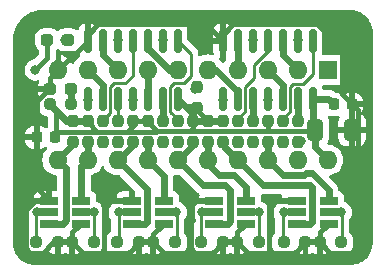
<source format=gbr>
%TF.GenerationSoftware,KiCad,Pcbnew,7.0.5*%
%TF.CreationDate,2024-08-16T02:05:39-04:00*%
%TF.ProjectId,74ls245_high_current_attempt_2,37346c73-3234-4355-9f68-6967685f6375,rev?*%
%TF.SameCoordinates,Original*%
%TF.FileFunction,Copper,L1,Top*%
%TF.FilePolarity,Positive*%
%FSLAX46Y46*%
G04 Gerber Fmt 4.6, Leading zero omitted, Abs format (unit mm)*
G04 Created by KiCad (PCBNEW 7.0.5) date 2024-08-16 02:05:39*
%MOMM*%
%LPD*%
G01*
G04 APERTURE LIST*
G04 Aperture macros list*
%AMRoundRect*
0 Rectangle with rounded corners*
0 $1 Rounding radius*
0 $2 $3 $4 $5 $6 $7 $8 $9 X,Y pos of 4 corners*
0 Add a 4 corners polygon primitive as box body*
4,1,4,$2,$3,$4,$5,$6,$7,$8,$9,$2,$3,0*
0 Add four circle primitives for the rounded corners*
1,1,$1+$1,$2,$3*
1,1,$1+$1,$4,$5*
1,1,$1+$1,$6,$7*
1,1,$1+$1,$8,$9*
0 Add four rect primitives between the rounded corners*
20,1,$1+$1,$2,$3,$4,$5,0*
20,1,$1+$1,$4,$5,$6,$7,0*
20,1,$1+$1,$6,$7,$8,$9,0*
20,1,$1+$1,$8,$9,$2,$3,0*%
G04 Aperture macros list end*
%TA.AperFunction,SMDPad,CuDef*%
%ADD10RoundRect,0.237500X-0.237500X0.250000X-0.237500X-0.250000X0.237500X-0.250000X0.237500X0.250000X0*%
%TD*%
%TA.AperFunction,SMDPad,CuDef*%
%ADD11RoundRect,0.237500X0.287500X0.237500X-0.287500X0.237500X-0.287500X-0.237500X0.287500X-0.237500X0*%
%TD*%
%TA.AperFunction,SMDPad,CuDef*%
%ADD12RoundRect,0.237500X0.250000X0.237500X-0.250000X0.237500X-0.250000X-0.237500X0.250000X-0.237500X0*%
%TD*%
%TA.AperFunction,SMDPad,CuDef*%
%ADD13RoundRect,0.237500X0.237500X-0.250000X0.237500X0.250000X-0.237500X0.250000X-0.237500X-0.250000X0*%
%TD*%
%TA.AperFunction,SMDPad,CuDef*%
%ADD14RoundRect,0.237500X-0.250000X-0.237500X0.250000X-0.237500X0.250000X0.237500X-0.250000X0.237500X0*%
%TD*%
%TA.AperFunction,SMDPad,CuDef*%
%ADD15RoundRect,0.237500X-0.287500X-0.237500X0.287500X-0.237500X0.287500X0.237500X-0.287500X0.237500X0*%
%TD*%
%TA.AperFunction,SMDPad,CuDef*%
%ADD16RoundRect,0.150000X-0.150000X0.825000X-0.150000X-0.825000X0.150000X-0.825000X0.150000X0.825000X0*%
%TD*%
%TA.AperFunction,SMDPad,CuDef*%
%ADD17RoundRect,0.250000X-0.412500X-0.650000X0.412500X-0.650000X0.412500X0.650000X-0.412500X0.650000X0*%
%TD*%
%TA.AperFunction,ComponentPad*%
%ADD18R,1.600000X1.600000*%
%TD*%
%TA.AperFunction,ComponentPad*%
%ADD19O,1.600000X1.600000*%
%TD*%
%TA.AperFunction,SMDPad,CuDef*%
%ADD20R,1.560000X0.650000*%
%TD*%
%TA.AperFunction,SMDPad,CuDef*%
%ADD21RoundRect,0.225000X0.225000X0.250000X-0.225000X0.250000X-0.225000X-0.250000X0.225000X-0.250000X0*%
%TD*%
%TA.AperFunction,SMDPad,CuDef*%
%ADD22RoundRect,0.225000X-0.225000X-0.250000X0.225000X-0.250000X0.225000X0.250000X-0.225000X0.250000X0*%
%TD*%
%TA.AperFunction,ViaPad*%
%ADD23C,0.800000*%
%TD*%
%TA.AperFunction,Conductor*%
%ADD24C,0.400000*%
%TD*%
%TA.AperFunction,Conductor*%
%ADD25C,0.250000*%
%TD*%
%TA.AperFunction,Conductor*%
%ADD26C,0.600000*%
%TD*%
G04 APERTURE END LIST*
D10*
%TO.P,R26,1*%
%TO.N,Net-(D2-A)*%
X62579291Y-26814680D03*
%TO.P,R26,2*%
%TO.N,+5V*%
X62579291Y-28639680D03*
%TD*%
D11*
%TO.P,OE,1,K*%
%TO.N,/BUFFER_OE*%
X51675000Y-22860000D03*
%TO.P,OE,2,A*%
%TO.N,Net-(D2-A)*%
X49925000Y-22860000D03*
%TD*%
D12*
%TO.P,R25,1*%
%TO.N,Net-(D1-A)*%
X51966500Y-28321000D03*
%TO.P,R25,2*%
%TO.N,+5V*%
X50141500Y-28321000D03*
%TD*%
D13*
%TO.P,R24,1*%
%TO.N,/out_3*%
X62230000Y-31519500D03*
%TO.P,R24,2*%
%TO.N,+5V*%
X62230000Y-29694500D03*
%TD*%
D14*
%TO.P,R23,1*%
%TO.N,GND*%
X66016500Y-40005000D03*
%TO.P,R23,2*%
%TO.N,Net-(Q3B-G)*%
X67841500Y-40005000D03*
%TD*%
D10*
%TO.P,R22,1*%
%TO.N,Net-(R22-Pad1)*%
X67310000Y-29694500D03*
%TO.P,R22,2*%
%TO.N,Net-(Q3B-G)*%
X67310000Y-31519500D03*
%TD*%
D13*
%TO.P,R21,1*%
%TO.N,/out_2*%
X63500000Y-31519500D03*
%TO.P,R21,2*%
%TO.N,+5V*%
X63500000Y-29694500D03*
%TD*%
D12*
%TO.P,R20,1*%
%TO.N,GND*%
X64793500Y-40005000D03*
%TO.P,R20,2*%
%TO.N,Net-(Q3A-G)*%
X62968500Y-40005000D03*
%TD*%
D10*
%TO.P,R19,1*%
%TO.N,Net-(R19-Pad1)*%
X66040000Y-29694500D03*
%TO.P,R19,2*%
%TO.N,Net-(Q3A-G)*%
X66040000Y-31519500D03*
%TD*%
D13*
%TO.P,R18,1*%
%TO.N,/out_5*%
X57150000Y-31519500D03*
%TO.P,R18,2*%
%TO.N,+5V*%
X57150000Y-29694500D03*
%TD*%
D14*
%TO.P,R17,1*%
%TO.N,GND*%
X58904500Y-40005000D03*
%TO.P,R17,2*%
%TO.N,Net-(Q2B-G)*%
X60729500Y-40005000D03*
%TD*%
D10*
%TO.P,R16,1*%
%TO.N,Net-(R16-Pad1)*%
X59690000Y-29694500D03*
%TO.P,R16,2*%
%TO.N,Net-(Q2B-G)*%
X59690000Y-31519500D03*
%TD*%
D13*
%TO.P,R15,1*%
%TO.N,/out_4*%
X58420000Y-31519500D03*
%TO.P,R15,2*%
%TO.N,+5V*%
X58420000Y-29694500D03*
%TD*%
D12*
%TO.P,R14,1*%
%TO.N,GND*%
X57681500Y-40005000D03*
%TO.P,R14,2*%
%TO.N,Net-(Q2A-G)*%
X55856500Y-40005000D03*
%TD*%
D10*
%TO.P,R13,1*%
%TO.N,Net-(R13-Pad1)*%
X60960000Y-29694500D03*
%TO.P,R13,2*%
%TO.N,Net-(Q2A-G)*%
X60960000Y-31519500D03*
%TD*%
D13*
%TO.P,R12,1*%
%TO.N,/out_7*%
X52070000Y-31519500D03*
%TO.P,R12,2*%
%TO.N,+5V*%
X52070000Y-29694500D03*
%TD*%
D14*
%TO.P,R11,1*%
%TO.N,GND*%
X52046500Y-40005000D03*
%TO.P,R11,2*%
%TO.N,Net-(Q1B-G)*%
X53871500Y-40005000D03*
%TD*%
D10*
%TO.P,R10,1*%
%TO.N,Net-(R10-Pad1)*%
X55880000Y-29694500D03*
%TO.P,R10,2*%
%TO.N,Net-(Q1B-G)*%
X55880000Y-31519500D03*
%TD*%
D13*
%TO.P,R9,1*%
%TO.N,/out_6*%
X53340000Y-31519500D03*
%TO.P,R9,2*%
%TO.N,+5V*%
X53340000Y-29694500D03*
%TD*%
D12*
%TO.P,R8,1*%
%TO.N,GND*%
X50823500Y-40005000D03*
%TO.P,R8,2*%
%TO.N,Net-(Q1A-G)*%
X48998500Y-40005000D03*
%TD*%
D10*
%TO.P,R7,1*%
%TO.N,Net-(R7-Pad1)*%
X54610000Y-29694500D03*
%TO.P,R7,2*%
%TO.N,Net-(Q1A-G)*%
X54610000Y-31519500D03*
%TD*%
D13*
%TO.P,R6,1*%
%TO.N,/out_1*%
X64770000Y-31519500D03*
%TO.P,R6,2*%
%TO.N,+5V*%
X64770000Y-29694500D03*
%TD*%
D14*
%TO.P,R5,1*%
%TO.N,GND*%
X73001500Y-40005000D03*
%TO.P,R5,2*%
%TO.N,Net-(Q4B-G)*%
X74826500Y-40005000D03*
%TD*%
D12*
%TO.P,R4,1*%
%TO.N,GND*%
X71778500Y-40005000D03*
%TO.P,R4,2*%
%TO.N,Net-(Q4A-G)*%
X69953500Y-40005000D03*
%TD*%
D13*
%TO.P,R3,1*%
%TO.N,/out_0*%
X68580000Y-31519500D03*
%TO.P,R3,2*%
%TO.N,+5V*%
X68580000Y-29694500D03*
%TD*%
D10*
%TO.P,R2,1*%
%TO.N,Net-(R2-Pad1)*%
X69850000Y-29694500D03*
%TO.P,R2,2*%
%TO.N,Net-(Q4A-G)*%
X69850000Y-31519500D03*
%TD*%
%TO.P,R1,1*%
%TO.N,Net-(R1-Pad1)*%
X71120000Y-29694500D03*
%TO.P,R1,2*%
%TO.N,Net-(Q4B-G)*%
X71120000Y-31519500D03*
%TD*%
D15*
%TO.P,5V,1,K*%
%TO.N,GND*%
X50179000Y-27051000D03*
%TO.P,5V,2,A*%
%TO.N,Net-(D1-A)*%
X51929000Y-27051000D03*
%TD*%
D16*
%TO.P,U3,1*%
%TO.N,Net-(R13-Pad1)*%
X60960000Y-22925000D03*
%TO.P,U3,2*%
%TO.N,/BUFFER_OE*%
X59690000Y-22925000D03*
%TO.P,U3,3*%
%TO.N,/in_4*%
X58420000Y-22925000D03*
%TO.P,U3,4*%
%TO.N,Net-(R7-Pad1)*%
X57150000Y-22925000D03*
%TO.P,U3,5*%
%TO.N,/BUFFER_OE*%
X55880000Y-22925000D03*
%TO.P,U3,6*%
%TO.N,/in_6*%
X54610000Y-22925000D03*
%TO.P,U3,7,GND*%
%TO.N,GND*%
X53340000Y-22925000D03*
%TO.P,U3,8*%
%TO.N,/BUFFER_OE*%
X53340000Y-27875000D03*
%TO.P,U3,9*%
%TO.N,/in_7*%
X54610000Y-27875000D03*
%TO.P,U3,10*%
%TO.N,Net-(R10-Pad1)*%
X55880000Y-27875000D03*
%TO.P,U3,11*%
%TO.N,/BUFFER_OE*%
X57150000Y-27875000D03*
%TO.P,U3,12*%
%TO.N,/in_5*%
X58420000Y-27875000D03*
%TO.P,U3,13*%
%TO.N,Net-(R16-Pad1)*%
X59690000Y-27875000D03*
%TO.P,U3,14,VCC*%
%TO.N,+5V*%
X60960000Y-27875000D03*
%TD*%
%TO.P,U2,1*%
%TO.N,Net-(R2-Pad1)*%
X72390000Y-22925000D03*
%TO.P,U2,2*%
%TO.N,/BUFFER_OE*%
X71120000Y-22925000D03*
%TO.P,U2,3*%
%TO.N,/in_0*%
X69850000Y-22925000D03*
%TO.P,U2,4*%
%TO.N,Net-(R19-Pad1)*%
X68580000Y-22925000D03*
%TO.P,U2,5*%
%TO.N,/BUFFER_OE*%
X67310000Y-22925000D03*
%TO.P,U2,6*%
%TO.N,/in_2*%
X66040000Y-22925000D03*
%TO.P,U2,7,GND*%
%TO.N,GND*%
X64770000Y-22925000D03*
%TO.P,U2,8*%
%TO.N,/BUFFER_OE*%
X64770000Y-27875000D03*
%TO.P,U2,9*%
%TO.N,/in_3*%
X66040000Y-27875000D03*
%TO.P,U2,10*%
%TO.N,Net-(R22-Pad1)*%
X67310000Y-27875000D03*
%TO.P,U2,11*%
%TO.N,/BUFFER_OE*%
X68580000Y-27875000D03*
%TO.P,U2,12*%
%TO.N,/in_1*%
X69850000Y-27875000D03*
%TO.P,U2,13*%
%TO.N,Net-(R1-Pad1)*%
X71120000Y-27875000D03*
%TO.P,U2,14,VCC*%
%TO.N,+5V*%
X72390000Y-27875000D03*
%TD*%
D17*
%TO.P,C1,1*%
%TO.N,+5V*%
X72605500Y-30480000D03*
%TO.P,C1,2*%
%TO.N,GND*%
X75730500Y-30480000D03*
%TD*%
D18*
%TO.P,U1,1,A->B*%
%TO.N,unconnected-(U1-A->B-Pad1)*%
X73660000Y-25400000D03*
D19*
%TO.P,U1,2,A0*%
%TO.N,/in_0*%
X71120000Y-25400000D03*
%TO.P,U1,3,A1*%
%TO.N,/in_1*%
X68580000Y-25400000D03*
%TO.P,U1,4,A2*%
%TO.N,/in_2*%
X66040000Y-25400000D03*
%TO.P,U1,5,A3*%
%TO.N,/in_3*%
X63500000Y-25400000D03*
%TO.P,U1,6,A4*%
%TO.N,/in_4*%
X60960000Y-25400000D03*
%TO.P,U1,7,A5*%
%TO.N,/in_5*%
X58420000Y-25400000D03*
%TO.P,U1,8,A6*%
%TO.N,/in_6*%
X55880000Y-25400000D03*
%TO.P,U1,9,A7*%
%TO.N,/in_7*%
X53340000Y-25400000D03*
%TO.P,U1,10,GND*%
%TO.N,GND*%
X50800000Y-25400000D03*
%TO.P,U1,11,B7*%
%TO.N,/out_7*%
X50800000Y-33020000D03*
%TO.P,U1,12,B6*%
%TO.N,/out_6*%
X53340000Y-33020000D03*
%TO.P,U1,13,B5*%
%TO.N,/out_5*%
X55880000Y-33020000D03*
%TO.P,U1,14,B4*%
%TO.N,/out_4*%
X58420000Y-33020000D03*
%TO.P,U1,15,B3*%
%TO.N,/out_3*%
X60960000Y-33020000D03*
%TO.P,U1,16,B2*%
%TO.N,/out_2*%
X63500000Y-33020000D03*
%TO.P,U1,17,B1*%
%TO.N,/out_1*%
X66040000Y-33020000D03*
%TO.P,U1,18,B0*%
%TO.N,/out_0*%
X68580000Y-33020000D03*
%TO.P,U1,19,CE*%
%TO.N,/BUFFER_OE*%
X71120000Y-33020000D03*
%TO.P,U1,20,VCC*%
%TO.N,+5V*%
X73660000Y-33020000D03*
%TD*%
D20*
%TO.P,Q4,1,S*%
%TO.N,GND*%
X71040000Y-36515000D03*
%TO.P,Q4,2,G*%
%TO.N,Net-(Q4A-G)*%
X71040000Y-37465000D03*
%TO.P,Q4,3,D*%
%TO.N,/out_1*%
X71040000Y-38415000D03*
%TO.P,Q4,4,S*%
%TO.N,GND*%
X73740000Y-38415000D03*
%TO.P,Q4,5,G*%
%TO.N,Net-(Q4B-G)*%
X73740000Y-37465000D03*
%TO.P,Q4,6,D*%
%TO.N,/out_0*%
X73740000Y-36515000D03*
%TD*%
%TO.P,Q3,1,S*%
%TO.N,GND*%
X64055000Y-36515000D03*
%TO.P,Q3,2,G*%
%TO.N,Net-(Q3A-G)*%
X64055000Y-37465000D03*
%TO.P,Q3,3,D*%
%TO.N,/out_3*%
X64055000Y-38415000D03*
%TO.P,Q3,4,S*%
%TO.N,GND*%
X66755000Y-38415000D03*
%TO.P,Q3,5,G*%
%TO.N,Net-(Q3B-G)*%
X66755000Y-37465000D03*
%TO.P,Q3,6,D*%
%TO.N,/out_2*%
X66755000Y-36515000D03*
%TD*%
%TO.P,Q2,1,S*%
%TO.N,GND*%
X57070000Y-36515000D03*
%TO.P,Q2,2,G*%
%TO.N,Net-(Q2A-G)*%
X57070000Y-37465000D03*
%TO.P,Q2,3,D*%
%TO.N,/out_5*%
X57070000Y-38415000D03*
%TO.P,Q2,4,S*%
%TO.N,GND*%
X59770000Y-38415000D03*
%TO.P,Q2,5,G*%
%TO.N,Net-(Q2B-G)*%
X59770000Y-37465000D03*
%TO.P,Q2,6,D*%
%TO.N,/out_4*%
X59770000Y-36515000D03*
%TD*%
%TO.P,Q1,1,S*%
%TO.N,GND*%
X50085000Y-36515000D03*
%TO.P,Q1,2,G*%
%TO.N,Net-(Q1A-G)*%
X50085000Y-37465000D03*
%TO.P,Q1,3,D*%
%TO.N,/out_7*%
X50085000Y-38415000D03*
%TO.P,Q1,4,S*%
%TO.N,GND*%
X52785000Y-38415000D03*
%TO.P,Q1,5,G*%
%TO.N,Net-(Q1B-G)*%
X52785000Y-37465000D03*
%TO.P,Q1,6,D*%
%TO.N,/out_6*%
X52785000Y-36515000D03*
%TD*%
D21*
%TO.P,C4,2*%
%TO.N,GND*%
X49009000Y-31115000D03*
%TO.P,C4,1*%
%TO.N,+5V*%
X50559000Y-31115000D03*
%TD*%
D22*
%TO.P,C2,1*%
%TO.N,+5V*%
X74155000Y-28321000D03*
%TO.P,C2,2*%
%TO.N,GND*%
X75705000Y-28321000D03*
%TD*%
D23*
%TO.N,Net-(D2-A)*%
X48895000Y-25400000D03*
%TO.N,/BUFFER_OE*%
X51435000Y-22860000D03*
%TO.N,Net-(D2-A)*%
X62392805Y-27012372D03*
%TO.N,/BUFFER_OE*%
X71120000Y-22860000D03*
X68580000Y-27940000D03*
X67310000Y-22860000D03*
X64770000Y-27940000D03*
X59690000Y-22860000D03*
X55880000Y-22860000D03*
X53340000Y-27940000D03*
X57150000Y-27940000D03*
%TO.N,Net-(Q1A-G)*%
X49022000Y-37465000D03*
%TO.N,Net-(Q1B-G)*%
X53848000Y-37465000D03*
%TO.N,Net-(Q4B-G)*%
X74803000Y-37465000D03*
%TO.N,Net-(Q4A-G)*%
X69977000Y-37465000D03*
%TO.N,Net-(Q3B-G)*%
X67818000Y-37465000D03*
%TO.N,Net-(Q3A-G)*%
X62992000Y-37465000D03*
%TO.N,Net-(Q2A-G)*%
X56007000Y-37465000D03*
%TO.N,Net-(Q2B-G)*%
X60833000Y-37465000D03*
%TO.N,Net-(Q4B-G)*%
X71394595Y-31420172D03*
%TO.N,Net-(Q4A-G)*%
X69850000Y-31519500D03*
%TO.N,Net-(Q3B-G)*%
X67310000Y-31496000D03*
%TO.N,Net-(Q3A-G)*%
X66040000Y-31496000D03*
%TO.N,Net-(Q2A-G)*%
X60960000Y-31496000D03*
%TO.N,Net-(Q2B-G)*%
X59690000Y-31496000D03*
%TO.N,Net-(Q1B-G)*%
X55880000Y-31496000D03*
%TO.N,Net-(Q1A-G)*%
X54610000Y-31496000D03*
%TD*%
D24*
%TO.N,Net-(D2-A)*%
X49925000Y-24370000D02*
X48895000Y-25400000D01*
X49925000Y-22860000D02*
X49925000Y-24370000D01*
%TO.N,+5V*%
X62579291Y-28639680D02*
X62579291Y-28773791D01*
X62579291Y-28773791D02*
X63500000Y-29694500D01*
X62230000Y-28988971D02*
X62579291Y-28639680D01*
X62230000Y-29694500D02*
X62230000Y-28988971D01*
X61580000Y-28495000D02*
X60960000Y-27875000D01*
X62230000Y-28495000D02*
X61580000Y-28495000D01*
X62230000Y-28495000D02*
X62230000Y-29694500D01*
%TO.N,GND*%
X74860000Y-23642183D02*
X74860000Y-27476000D01*
X72767817Y-21550000D02*
X74860000Y-23642183D01*
X74860000Y-27476000D02*
X75705000Y-28321000D01*
X64770000Y-22442183D02*
X65662183Y-21550000D01*
X65662183Y-21550000D02*
X72767817Y-21550000D01*
X64770000Y-22925000D02*
X64770000Y-22442183D01*
X53340000Y-22442183D02*
X53340000Y-22925000D01*
X54232183Y-21550000D02*
X53340000Y-22442183D01*
X63395000Y-21550000D02*
X54232183Y-21550000D01*
X64770000Y-22925000D02*
X63395000Y-21550000D01*
X48840629Y-36515000D02*
X50085000Y-36515000D01*
X48111000Y-37244629D02*
X48840629Y-36515000D01*
X48111000Y-40506561D02*
X48111000Y-37244629D01*
X48484439Y-40880000D02*
X48111000Y-40506561D01*
X49512561Y-40880000D02*
X48484439Y-40880000D01*
X50387561Y-40005000D02*
X49512561Y-40880000D01*
X50823500Y-40005000D02*
X50387561Y-40005000D01*
X52046500Y-40005000D02*
X50823500Y-40005000D01*
X52046500Y-39153500D02*
X52785000Y-38415000D01*
X52046500Y-40005000D02*
X52046500Y-39153500D01*
X52921500Y-40880000D02*
X52046500Y-40005000D01*
X54849999Y-40880000D02*
X52921500Y-40880000D01*
X54610000Y-36830000D02*
X54925000Y-36515000D01*
X54759000Y-36979000D02*
X54610000Y-36830000D01*
X54759000Y-40506561D02*
X54759000Y-36979000D01*
X54849999Y-40880000D02*
X54617780Y-40647781D01*
X54617780Y-40647781D02*
X54759000Y-40506561D01*
X56806500Y-40880000D02*
X54849999Y-40880000D01*
X57681500Y-40005000D02*
X56806500Y-40880000D01*
X54925000Y-36515000D02*
X57070000Y-36515000D01*
X58904500Y-40005000D02*
X57681500Y-40005000D01*
X58904500Y-39280500D02*
X59770000Y-38415000D01*
X58904500Y-40005000D02*
X58904500Y-39280500D01*
X59779500Y-40880000D02*
X58904500Y-40005000D01*
X62454439Y-40880000D02*
X59779500Y-40880000D01*
X62545000Y-36515000D02*
X64055000Y-36515000D01*
X62192000Y-36868000D02*
X62545000Y-36515000D01*
X62192000Y-38062000D02*
X62192000Y-36868000D01*
X62230000Y-38100000D02*
X62192000Y-38062000D01*
X62081000Y-38249000D02*
X62230000Y-38100000D01*
X62081000Y-40506561D02*
X62081000Y-38249000D01*
X62454439Y-40880000D02*
X62081000Y-40506561D01*
X63918500Y-40880000D02*
X62454439Y-40880000D01*
X64793500Y-40005000D02*
X63918500Y-40880000D01*
X66016500Y-40005000D02*
X64793500Y-40005000D01*
X66016500Y-39153500D02*
X66755000Y-38415000D01*
X66016500Y-40005000D02*
X66016500Y-39153500D01*
X66891500Y-40880000D02*
X66016500Y-40005000D01*
X68819999Y-40880000D02*
X66891500Y-40880000D01*
X68895000Y-36515000D02*
X71040000Y-36515000D01*
X68729000Y-40789001D02*
X68729000Y-36681000D01*
X68819999Y-40880000D02*
X68729000Y-40789001D01*
X70903500Y-40880000D02*
X68819999Y-40880000D01*
X71778500Y-40005000D02*
X70903500Y-40880000D01*
X68729000Y-36681000D02*
X68895000Y-36515000D01*
X73001500Y-40005000D02*
X71778500Y-40005000D01*
X73001500Y-39153500D02*
X73740000Y-38415000D01*
X73001500Y-40005000D02*
X73001500Y-39153500D01*
X73876500Y-40880000D02*
X73001500Y-40005000D01*
X76200000Y-40640000D02*
X75960000Y-40880000D01*
X76200000Y-28816000D02*
X76200000Y-40640000D01*
X75705000Y-28321000D02*
X76200000Y-28816000D01*
X75960000Y-40880000D02*
X73876500Y-40880000D01*
X49009000Y-35439000D02*
X50085000Y-36515000D01*
X49009000Y-31115000D02*
X49009000Y-35439000D01*
X50022439Y-27051000D02*
X49009000Y-28064439D01*
X49009000Y-28064439D02*
X49009000Y-31115000D01*
X50179000Y-27051000D02*
X50022439Y-27051000D01*
X50179000Y-26086000D02*
X50179000Y-27051000D01*
X53340000Y-22925000D02*
X50179000Y-26086000D01*
D25*
%TO.N,/BUFFER_OE*%
X59690000Y-22860000D02*
X59690000Y-22925000D01*
X55880000Y-22860000D02*
X55880000Y-22548249D01*
%TO.N,Net-(Q4B-G)*%
X73740000Y-37465000D02*
X74803000Y-37465000D01*
%TO.N,Net-(Q4A-G)*%
X71040000Y-37465000D02*
X69977000Y-37465000D01*
%TO.N,Net-(Q3B-G)*%
X66755000Y-37465000D02*
X67818000Y-37465000D01*
%TO.N,Net-(Q3A-G)*%
X64055000Y-37465000D02*
X62992000Y-37465000D01*
%TO.N,Net-(Q2B-G)*%
X59770000Y-37465000D02*
X60833000Y-37465000D01*
%TO.N,Net-(Q2A-G)*%
X57070000Y-37465000D02*
X56007000Y-37465000D01*
%TO.N,Net-(Q1B-G)*%
X52785000Y-37465000D02*
X53848000Y-37465000D01*
%TO.N,Net-(Q1A-G)*%
X50085000Y-37465000D02*
X49022000Y-37465000D01*
X49022000Y-37592000D02*
X48980000Y-37634000D01*
X49022000Y-37465000D02*
X49022000Y-37592000D01*
%TO.N,Net-(Q1B-G)*%
X53848000Y-37723000D02*
X53890000Y-37765000D01*
X53848000Y-37465000D02*
X53848000Y-37723000D01*
%TO.N,Net-(Q4B-G)*%
X74803000Y-37723000D02*
X74845000Y-37765000D01*
X74803000Y-37465000D02*
X74803000Y-37723000D01*
%TO.N,Net-(Q4A-G)*%
X69977000Y-37723000D02*
X69850000Y-37850000D01*
X69977000Y-37465000D02*
X69977000Y-37723000D01*
%TO.N,Net-(Q3B-G)*%
X67818000Y-37723000D02*
X67860000Y-37765000D01*
X67818000Y-37465000D02*
X67818000Y-37723000D01*
%TO.N,Net-(Q3A-G)*%
X62992000Y-37498000D02*
X62950000Y-37540000D01*
X62992000Y-37465000D02*
X62992000Y-37498000D01*
%TO.N,Net-(Q2A-G)*%
X56007000Y-37723000D02*
X55965000Y-37765000D01*
X56007000Y-37465000D02*
X56007000Y-37723000D01*
%TO.N,Net-(Q2B-G)*%
X60833000Y-37592000D02*
X60875000Y-37634000D01*
X60833000Y-37465000D02*
X60833000Y-37592000D01*
D24*
%TO.N,+5V*%
X50559000Y-30734000D02*
X50559000Y-31115000D01*
X50661000Y-30632000D02*
X50559000Y-30734000D01*
X50661000Y-30632000D02*
X50661000Y-28840500D01*
X50661000Y-28840500D02*
X50141500Y-28321000D01*
X54158439Y-30632000D02*
X50661000Y-30632000D01*
X72503500Y-30582000D02*
X72605500Y-30480000D01*
X68601561Y-30582000D02*
X72503500Y-30582000D01*
X59188439Y-30582000D02*
X59138439Y-30632000D01*
X59138439Y-30632000D02*
X56261000Y-30632000D01*
X56648439Y-30632000D02*
X56261000Y-30632000D01*
X56261000Y-30632000D02*
X54158439Y-30632000D01*
X68601561Y-29716061D02*
X68580000Y-29694500D01*
X68601561Y-30582000D02*
X68601561Y-29716061D01*
X61977500Y-30582000D02*
X68601561Y-30582000D01*
X59188439Y-30582000D02*
X61977500Y-30582000D01*
X61977500Y-30582000D02*
X62230000Y-30329500D01*
X58420000Y-29813561D02*
X59188439Y-30582000D01*
X62230000Y-30329500D02*
X62230000Y-29694500D01*
X58420000Y-29694500D02*
X58420000Y-29813561D01*
X53340000Y-29813561D02*
X53340000Y-29694500D01*
X54158439Y-30632000D02*
X53340000Y-29813561D01*
X57150000Y-30130439D02*
X56648439Y-30632000D01*
X57150000Y-29694500D02*
X57150000Y-30130439D01*
D25*
%TO.N,Net-(R13-Pad1)*%
X62085000Y-24050000D02*
X62085000Y-25944000D01*
X62085000Y-25944000D02*
X61504000Y-26525000D01*
X61504000Y-26525000D02*
X60643249Y-26525000D01*
X60643249Y-26525000D02*
X60325000Y-26843249D01*
X60325000Y-26843249D02*
X60325000Y-28956000D01*
X60960000Y-29591000D02*
X60960000Y-29694500D01*
X60325000Y-28956000D02*
X60960000Y-29591000D01*
X60960000Y-22925000D02*
X62085000Y-24050000D01*
D26*
%TO.N,+5V*%
X73709000Y-27875000D02*
X74155000Y-28321000D01*
X72390000Y-27875000D02*
X73709000Y-27875000D01*
D25*
%TO.N,Net-(Q1A-G)*%
X48980000Y-39986500D02*
X48998500Y-40005000D01*
X48980000Y-37634000D02*
X48980000Y-39986500D01*
X49149000Y-37465000D02*
X49149000Y-37465000D01*
%TO.N,Net-(Q1B-G)*%
X53890000Y-37765000D02*
X53890000Y-39986500D01*
X53890000Y-39986500D02*
X53871500Y-40005000D01*
X53590000Y-37465000D02*
X53590000Y-37465000D01*
%TO.N,Net-(Q2A-G)*%
X55965000Y-37765000D02*
X55965000Y-39896500D01*
X56265000Y-37465000D02*
X56265000Y-37465000D01*
X55965000Y-39896500D02*
X55856500Y-40005000D01*
%TO.N,Net-(Q2B-G)*%
X60875000Y-37634000D02*
X60875000Y-39859500D01*
X60706000Y-37465000D02*
X60706000Y-37465000D01*
X60875000Y-39859500D02*
X60729500Y-40005000D01*
%TO.N,Net-(Q3A-G)*%
X62950000Y-37540000D02*
X62950000Y-39986500D01*
X63025000Y-37465000D02*
X63025000Y-37465000D01*
X62950000Y-39986500D02*
X62968500Y-40005000D01*
%TO.N,Net-(Q3B-G)*%
X67860000Y-39986500D02*
X67841500Y-40005000D01*
X67860000Y-37765000D02*
X67860000Y-39986500D01*
X67560000Y-37465000D02*
X67560000Y-37465000D01*
%TO.N,Net-(Q4A-G)*%
X69850000Y-37850000D02*
X69850000Y-39901500D01*
X70235000Y-37465000D02*
X70235000Y-37465000D01*
X69850000Y-39901500D02*
X69953500Y-40005000D01*
%TO.N,Net-(Q4B-G)*%
X74845000Y-40005000D02*
X74826500Y-40005000D01*
X74845000Y-37765000D02*
X74845000Y-40005000D01*
X74545000Y-37465000D02*
X74545000Y-37465000D01*
D26*
%TO.N,Net-(D1-A)*%
X51966500Y-27088500D02*
X51929000Y-27051000D01*
X51966500Y-28321000D02*
X51966500Y-27088500D01*
%TO.N,+5V*%
X51515000Y-29694500D02*
X52070000Y-29694500D01*
X50141500Y-28321000D02*
X51515000Y-29694500D01*
X72605500Y-30480000D02*
X72605500Y-31965500D01*
X72605500Y-31965500D02*
X73660000Y-33020000D01*
X72390000Y-30264500D02*
X72605500Y-30480000D01*
X72390000Y-27875000D02*
X72390000Y-30264500D01*
X62230000Y-29694500D02*
X64770000Y-29694500D01*
X62230000Y-29145000D02*
X62230000Y-29694500D01*
X60960000Y-27875000D02*
X62230000Y-29145000D01*
D24*
X57150000Y-29694500D02*
X58420000Y-29694500D01*
D26*
X52070000Y-29694500D02*
X53340000Y-29694500D01*
D25*
%TO.N,Net-(R19-Pad1)*%
X67437000Y-26101249D02*
X66665000Y-26873249D01*
X67437000Y-24952009D02*
X67437000Y-26101249D01*
X68580000Y-23809009D02*
X67437000Y-24952009D01*
X66665000Y-26873249D02*
X66665000Y-28896751D01*
X66040000Y-29521751D02*
X66040000Y-29694500D01*
X68580000Y-22925000D02*
X68580000Y-23809009D01*
X66665000Y-28896751D02*
X66040000Y-29521751D01*
D26*
%TO.N,/in_3*%
X66040000Y-27250761D02*
X66040000Y-27875000D01*
X64189239Y-25400000D02*
X66040000Y-27250761D01*
X63500000Y-25400000D02*
X64189239Y-25400000D01*
%TO.N,/in_2*%
X66040000Y-25400000D02*
X66040000Y-22925000D01*
%TO.N,/in_1*%
X69850000Y-26670000D02*
X69850000Y-27875000D01*
X68580000Y-25400000D02*
X69850000Y-26670000D01*
%TO.N,/in_0*%
X69850000Y-24130000D02*
X69850000Y-22925000D01*
X71120000Y-25400000D02*
X69850000Y-24130000D01*
D25*
%TO.N,Net-(R2-Pad1)*%
X70475000Y-28896751D02*
X69850000Y-29521751D01*
X70753249Y-26575000D02*
X70475000Y-26853249D01*
X69850000Y-29521751D02*
X69850000Y-29694500D01*
X71535991Y-26575000D02*
X70753249Y-26575000D01*
X72390000Y-25720991D02*
X71535991Y-26575000D01*
X70475000Y-26853249D02*
X70475000Y-28896751D01*
X72390000Y-22925000D02*
X72390000Y-25720991D01*
D26*
%TO.N,/out_0*%
X68580000Y-31519500D02*
X68580000Y-33020000D01*
%TO.N,Net-(R1-Pad1)*%
X71120000Y-29694500D02*
X71120000Y-27875000D01*
%TO.N,Net-(R22-Pad1)*%
X67310000Y-29694500D02*
X67310000Y-27875000D01*
%TO.N,Net-(R16-Pad1)*%
X59690000Y-29694500D02*
X59690000Y-27875000D01*
D25*
%TO.N,Net-(R7-Pad1)*%
X54610000Y-29681505D02*
X54610000Y-29694500D01*
X55235000Y-29056505D02*
X54610000Y-29681505D01*
X55235000Y-26873249D02*
X55235000Y-29056505D01*
D26*
%TO.N,/out_6*%
X53340000Y-33020000D02*
X53340000Y-31519500D01*
%TO.N,/out_1*%
X66010017Y-33020000D02*
X64770000Y-31779983D01*
X66040000Y-33020000D02*
X66010017Y-33020000D01*
X64770000Y-31779983D02*
X64770000Y-31519500D01*
%TO.N,/out_2*%
X63500000Y-31519500D02*
X63500000Y-33020000D01*
%TO.N,/out_3*%
X62230000Y-31779983D02*
X62230000Y-31519500D01*
X60989983Y-33020000D02*
X62230000Y-31779983D01*
X60960000Y-33020000D02*
X60989983Y-33020000D01*
%TO.N,/out_4*%
X58420000Y-31519500D02*
X58420000Y-33020000D01*
%TO.N,/out_5*%
X55909983Y-33020000D02*
X57150000Y-31779983D01*
X57150000Y-31779983D02*
X57150000Y-31519500D01*
X55880000Y-33020000D02*
X55909983Y-33020000D01*
%TO.N,/out_6*%
X53340000Y-33020000D02*
X53496983Y-33020000D01*
%TO.N,/out_7*%
X50800000Y-32916500D02*
X52070000Y-31646500D01*
X50800000Y-33020000D02*
X50800000Y-32916500D01*
%TO.N,/out_1*%
X72138630Y-35120000D02*
X68140000Y-35120000D01*
X68140000Y-35120000D02*
X66040000Y-33020000D01*
X72320000Y-35301370D02*
X72138630Y-35120000D01*
X72195000Y-38415000D02*
X72320000Y-38290000D01*
X71040000Y-38415000D02*
X72195000Y-38415000D01*
X72320000Y-38290000D02*
X72320000Y-35301370D01*
%TO.N,/out_0*%
X71658478Y-34320000D02*
X69880000Y-34320000D01*
X71815478Y-34163000D02*
X71658478Y-34320000D01*
X69880000Y-34320000D02*
X68580000Y-33020000D01*
X72313000Y-34163000D02*
X71815478Y-34163000D01*
X73740000Y-36515000D02*
X73740000Y-35590000D01*
X73740000Y-35590000D02*
X72313000Y-34163000D01*
D25*
%TO.N,Net-(R10-Pad1)*%
X55880000Y-29818500D02*
X55880000Y-27875000D01*
%TO.N,/BUFFER_OE*%
X59690000Y-22548249D02*
X59690000Y-22860000D01*
X55880000Y-22925000D02*
X55880000Y-22860000D01*
D26*
%TO.N,/out_3*%
X65210000Y-38415000D02*
X65405000Y-38220000D01*
X64055000Y-38415000D02*
X65210000Y-38415000D01*
X65405000Y-38220000D02*
X65405000Y-35560000D01*
X65405000Y-35560000D02*
X64965000Y-35120000D01*
X64965000Y-35120000D02*
X63060000Y-35120000D01*
X63060000Y-35120000D02*
X60960000Y-33020000D01*
%TO.N,/out_2*%
X65752500Y-34320000D02*
X64482500Y-34320000D01*
X66755000Y-36515000D02*
X66755000Y-35322500D01*
X66755000Y-35322500D02*
X65752500Y-34320000D01*
X64482500Y-34320000D02*
X63500000Y-33337500D01*
%TO.N,/out_7*%
X51505000Y-38150000D02*
X51505000Y-33725000D01*
X51505000Y-33725000D02*
X50800000Y-33020000D01*
X51240000Y-38415000D02*
X51505000Y-38150000D01*
X50085000Y-38415000D02*
X51240000Y-38415000D01*
D25*
%TO.N,Net-(R7-Pad1)*%
X55575249Y-26533000D02*
X55235000Y-26873249D01*
X56525000Y-26533000D02*
X55575249Y-26533000D01*
X57150000Y-25908000D02*
X57150000Y-22925000D01*
X56525000Y-26533000D02*
X57150000Y-25908000D01*
D26*
%TO.N,/out_6*%
X52785000Y-33575000D02*
X53340000Y-33020000D01*
X52785000Y-36515000D02*
X52785000Y-33575000D01*
%TO.N,/out_5*%
X58350000Y-35490000D02*
X55880000Y-33020000D01*
X58350000Y-38290000D02*
X58350000Y-35490000D01*
X58225000Y-38415000D02*
X58350000Y-38290000D01*
X57070000Y-38415000D02*
X58225000Y-38415000D01*
%TO.N,/out_4*%
X59770000Y-34370000D02*
X58420000Y-33020000D01*
X59770000Y-36515000D02*
X59770000Y-34370000D01*
%TO.N,/in_0*%
X71120000Y-25400000D02*
X71065761Y-25400000D01*
%TO.N,/in_4*%
X58420000Y-23561522D02*
X58420000Y-22925000D01*
X60258478Y-25400000D02*
X58420000Y-23561522D01*
X60960000Y-25400000D02*
X60258478Y-25400000D01*
%TO.N,/in_5*%
X58420000Y-25400000D02*
X58420000Y-27875000D01*
%TO.N,/in_7*%
X54610000Y-26670000D02*
X54610000Y-27875000D01*
X53340000Y-25400000D02*
X54610000Y-26670000D01*
%TO.N,/in_6*%
X54610000Y-24130000D02*
X54610000Y-22925000D01*
X55880000Y-25400000D02*
X54610000Y-24130000D01*
%TD*%
%TA.AperFunction,Conductor*%
%TO.N,GND*%
G36*
X69715316Y-35940185D02*
G01*
X69761071Y-35992989D01*
X69771015Y-36062147D01*
X69767743Y-36074965D01*
X69768187Y-36075070D01*
X69766401Y-36082627D01*
X69760000Y-36142155D01*
X69760000Y-36265000D01*
X71166000Y-36265000D01*
X71233039Y-36284685D01*
X71278794Y-36337489D01*
X71290000Y-36389000D01*
X71290000Y-36515500D01*
X71270315Y-36582539D01*
X71217511Y-36628294D01*
X71166000Y-36639500D01*
X70363218Y-36639500D01*
X70312783Y-36628780D01*
X70311691Y-36628294D01*
X70256803Y-36603856D01*
X70256801Y-36603855D01*
X70121624Y-36575123D01*
X70071646Y-36564500D01*
X69882354Y-36564500D01*
X69849897Y-36571398D01*
X69697197Y-36603855D01*
X69697192Y-36603857D01*
X69524270Y-36680848D01*
X69524265Y-36680851D01*
X69371129Y-36792111D01*
X69244466Y-36932785D01*
X69149821Y-37096715D01*
X69149818Y-37096722D01*
X69091327Y-37276740D01*
X69091326Y-37276744D01*
X69071540Y-37465000D01*
X69091326Y-37653256D01*
X69091327Y-37653259D01*
X69149818Y-37833277D01*
X69149821Y-37833284D01*
X69207887Y-37933857D01*
X69224500Y-37995857D01*
X69224500Y-39151447D01*
X69204815Y-39218486D01*
X69188182Y-39239128D01*
X69120659Y-39306651D01*
X69030093Y-39453481D01*
X69030092Y-39453484D01*
X69015206Y-39498408D01*
X68975433Y-39555852D01*
X68910917Y-39582675D01*
X68842141Y-39570360D01*
X68790941Y-39522816D01*
X68779794Y-39498408D01*
X68764908Y-39453484D01*
X68674340Y-39306650D01*
X68552350Y-39184660D01*
X68552347Y-39184658D01*
X68544399Y-39179755D01*
X68497677Y-39127805D01*
X68485500Y-39074219D01*
X68485500Y-38117041D01*
X68505185Y-38050002D01*
X68517343Y-38034076D01*
X68550533Y-37997216D01*
X68645179Y-37833284D01*
X68703674Y-37653256D01*
X68723460Y-37465000D01*
X68703674Y-37276744D01*
X68645179Y-37096716D01*
X68550533Y-36932784D01*
X68423871Y-36792112D01*
X68423870Y-36792111D01*
X68270734Y-36680851D01*
X68270732Y-36680850D01*
X68109062Y-36608868D01*
X68055826Y-36563617D01*
X68035505Y-36496768D01*
X68035499Y-36495589D01*
X68035499Y-36142129D01*
X68035498Y-36142123D01*
X68029103Y-36082627D01*
X68029091Y-36082517D01*
X68029090Y-36082515D01*
X68029090Y-36082512D01*
X68027308Y-36074969D01*
X68030106Y-36074307D01*
X68026090Y-36018139D01*
X68059577Y-35956816D01*
X68120901Y-35923333D01*
X68147256Y-35920500D01*
X69648277Y-35920500D01*
X69715316Y-35940185D01*
G37*
%TD.AperFunction*%
%TA.AperFunction,Conductor*%
G36*
X54677865Y-33563348D02*
G01*
X54722382Y-33614725D01*
X54749429Y-33672728D01*
X54749432Y-33672734D01*
X54879954Y-33859141D01*
X55040858Y-34020045D01*
X55040861Y-34020047D01*
X55227266Y-34150568D01*
X55433504Y-34246739D01*
X55653308Y-34305635D01*
X55811786Y-34319500D01*
X55879998Y-34325468D01*
X55879999Y-34325468D01*
X55879999Y-34325467D01*
X55880000Y-34325468D01*
X55981839Y-34316557D01*
X56050336Y-34330323D01*
X56080326Y-34352404D01*
X57283681Y-35555759D01*
X57317166Y-35617082D01*
X57320000Y-35643440D01*
X57320000Y-36515500D01*
X57300315Y-36582539D01*
X57247511Y-36628294D01*
X57196000Y-36639500D01*
X56393218Y-36639500D01*
X56342783Y-36628780D01*
X56341691Y-36628294D01*
X56286803Y-36603856D01*
X56286801Y-36603855D01*
X56151624Y-36575123D01*
X56101646Y-36564500D01*
X55912354Y-36564500D01*
X55879897Y-36571398D01*
X55727197Y-36603855D01*
X55727192Y-36603857D01*
X55554270Y-36680848D01*
X55554265Y-36680851D01*
X55401129Y-36792111D01*
X55274466Y-36932785D01*
X55179821Y-37096715D01*
X55179818Y-37096722D01*
X55121327Y-37276740D01*
X55121326Y-37276744D01*
X55101540Y-37465000D01*
X55121326Y-37653256D01*
X55121327Y-37653259D01*
X55179818Y-37833277D01*
X55179821Y-37833284D01*
X55274467Y-37997216D01*
X55292129Y-38016831D01*
X55307650Y-38034070D01*
X55337879Y-38097061D01*
X55339499Y-38117041D01*
X55339499Y-38995886D01*
X55319814Y-39062925D01*
X55280597Y-39101423D01*
X55237827Y-39127805D01*
X55145648Y-39184661D01*
X55023660Y-39306649D01*
X55023657Y-39306653D01*
X54969538Y-39394394D01*
X54917590Y-39441119D01*
X54848628Y-39452340D01*
X54784546Y-39424497D01*
X54758462Y-39394394D01*
X54704342Y-39306653D01*
X54704341Y-39306651D01*
X54704340Y-39306650D01*
X54582350Y-39184660D01*
X54582347Y-39184658D01*
X54574399Y-39179755D01*
X54527677Y-39127805D01*
X54515500Y-39074219D01*
X54515500Y-38117041D01*
X54535185Y-38050002D01*
X54547343Y-38034076D01*
X54580533Y-37997216D01*
X54675179Y-37833284D01*
X54733674Y-37653256D01*
X54753460Y-37465000D01*
X54733674Y-37276744D01*
X54675179Y-37096716D01*
X54580533Y-36932784D01*
X54453871Y-36792112D01*
X54453870Y-36792111D01*
X54300734Y-36680851D01*
X54300732Y-36680850D01*
X54139062Y-36608868D01*
X54085826Y-36563617D01*
X54065505Y-36496768D01*
X54065499Y-36495589D01*
X54065499Y-36265000D01*
X55790000Y-36265000D01*
X56819999Y-36265000D01*
X56820000Y-35690000D01*
X56242155Y-35690000D01*
X56182627Y-35696401D01*
X56182620Y-35696403D01*
X56047913Y-35746645D01*
X56047906Y-35746649D01*
X55932812Y-35832809D01*
X55932809Y-35832812D01*
X55846649Y-35947906D01*
X55846645Y-35947913D01*
X55796403Y-36082620D01*
X55796401Y-36082627D01*
X55790000Y-36142155D01*
X55790000Y-36265000D01*
X54065499Y-36265000D01*
X54065499Y-36142129D01*
X54065498Y-36142123D01*
X54059091Y-36082516D01*
X54008797Y-35947671D01*
X54008793Y-35947664D01*
X53922547Y-35832455D01*
X53922544Y-35832452D01*
X53807335Y-35746206D01*
X53807328Y-35746202D01*
X53666167Y-35693553D01*
X53610233Y-35651682D01*
X53585816Y-35586218D01*
X53585500Y-35577371D01*
X53585500Y-34395744D01*
X53605185Y-34328705D01*
X53657989Y-34282950D01*
X53677407Y-34275969D01*
X53716152Y-34265587D01*
X53786496Y-34246739D01*
X53992734Y-34150568D01*
X54179139Y-34020047D01*
X54340047Y-33859139D01*
X54470568Y-33672734D01*
X54497618Y-33614724D01*
X54543790Y-33562285D01*
X54610983Y-33543133D01*
X54677865Y-33563348D01*
G37*
%TD.AperFunction*%
%TA.AperFunction,Conductor*%
G36*
X50843330Y-23612868D02*
G01*
X50887680Y-23641370D01*
X50926650Y-23680340D01*
X51073484Y-23770908D01*
X51237247Y-23825174D01*
X51338323Y-23835500D01*
X52011676Y-23835499D01*
X52011684Y-23835498D01*
X52011687Y-23835498D01*
X52067030Y-23829844D01*
X52112753Y-23825174D01*
X52276516Y-23770908D01*
X52351658Y-23724559D01*
X52419049Y-23706120D01*
X52485713Y-23727042D01*
X52530483Y-23780684D01*
X52540372Y-23820370D01*
X52542899Y-23852489D01*
X52542900Y-23852495D01*
X52588716Y-24010193D01*
X52588717Y-24010196D01*
X52667541Y-24143480D01*
X52684724Y-24211204D01*
X52662564Y-24277466D01*
X52631932Y-24308176D01*
X52500859Y-24399953D01*
X52339954Y-24560858D01*
X52209433Y-24747264D01*
X52209432Y-24747266D01*
X52183225Y-24803468D01*
X52182106Y-24805867D01*
X52135933Y-24858306D01*
X52068739Y-24877457D01*
X52001858Y-24857241D01*
X51957342Y-24805865D01*
X51930135Y-24747520D01*
X51930134Y-24747518D01*
X51799657Y-24561179D01*
X51638820Y-24400342D01*
X51452482Y-24269865D01*
X51246328Y-24173734D01*
X51050000Y-24121127D01*
X51050000Y-25084313D01*
X51038045Y-25072359D01*
X50925148Y-25014835D01*
X50831481Y-25000000D01*
X50768519Y-25000000D01*
X50674852Y-25014835D01*
X50561955Y-25072359D01*
X50550000Y-25084314D01*
X50550000Y-24720173D01*
X50558057Y-24676206D01*
X50563719Y-24661272D01*
X50571814Y-24639926D01*
X50573227Y-24636515D01*
X50598695Y-24579931D01*
X50600522Y-24569959D01*
X50606546Y-24548347D01*
X50610140Y-24538872D01*
X50617613Y-24477324D01*
X50618177Y-24473619D01*
X50621535Y-24455289D01*
X50629358Y-24412606D01*
X50625613Y-24350696D01*
X50625500Y-24346951D01*
X50625500Y-23778207D01*
X50645185Y-23711168D01*
X50668378Y-23685586D01*
X50668241Y-23685449D01*
X50671051Y-23682637D01*
X50672595Y-23680936D01*
X50673340Y-23680345D01*
X50673350Y-23680340D01*
X50712320Y-23641369D01*
X50773638Y-23607885D01*
X50843330Y-23612868D01*
G37*
%TD.AperFunction*%
%TA.AperFunction,Conductor*%
G36*
X75567019Y-20320633D02*
G01*
X75616017Y-20323843D01*
X75648706Y-20325986D01*
X75817489Y-20338058D01*
X75825112Y-20339085D01*
X75937215Y-20361384D01*
X76072945Y-20390910D01*
X76079675Y-20392778D01*
X76193010Y-20431250D01*
X76194691Y-20431849D01*
X76318792Y-20478136D01*
X76324520Y-20480610D01*
X76433961Y-20534581D01*
X76436192Y-20535739D01*
X76550397Y-20598100D01*
X76555126Y-20600963D01*
X76657504Y-20669369D01*
X76660167Y-20671255D01*
X76763527Y-20748629D01*
X76767217Y-20751620D01*
X76860116Y-20833090D01*
X76863062Y-20835849D01*
X76954148Y-20926935D01*
X76956905Y-20929878D01*
X77038374Y-21022777D01*
X77041375Y-21026478D01*
X77109918Y-21118041D01*
X77118730Y-21129812D01*
X77120648Y-21132522D01*
X77189035Y-21234872D01*
X77191901Y-21239606D01*
X77254241Y-21353772D01*
X77255431Y-21356064D01*
X77309383Y-21465467D01*
X77311870Y-21471226D01*
X77358145Y-21595297D01*
X77358764Y-21597034D01*
X77397217Y-21710314D01*
X77399092Y-21717069D01*
X77428617Y-21852794D01*
X77450909Y-21964860D01*
X77451944Y-21972541D01*
X77464022Y-22141436D01*
X77469367Y-22222964D01*
X77469500Y-22227021D01*
X77469500Y-40002978D01*
X77469367Y-40007035D01*
X77464022Y-40088562D01*
X77451944Y-40257457D01*
X77450909Y-40265138D01*
X77428617Y-40377204D01*
X77399092Y-40512929D01*
X77397217Y-40519684D01*
X77358764Y-40632964D01*
X77358145Y-40634701D01*
X77311870Y-40758772D01*
X77309383Y-40764531D01*
X77255431Y-40873934D01*
X77254241Y-40876226D01*
X77191901Y-40990392D01*
X77189035Y-40995126D01*
X77120648Y-41097476D01*
X77118730Y-41100186D01*
X77041383Y-41203510D01*
X77038362Y-41207236D01*
X76956908Y-41300116D01*
X76954134Y-41303078D01*
X76863078Y-41394134D01*
X76860116Y-41396908D01*
X76767236Y-41478362D01*
X76763510Y-41481383D01*
X76660186Y-41558730D01*
X76657476Y-41560648D01*
X76555126Y-41629035D01*
X76550392Y-41631901D01*
X76436226Y-41694241D01*
X76433934Y-41695431D01*
X76324531Y-41749383D01*
X76318772Y-41751870D01*
X76194701Y-41798145D01*
X76192964Y-41798764D01*
X76079684Y-41837217D01*
X76072929Y-41839092D01*
X75937204Y-41868617D01*
X75825138Y-41890909D01*
X75817457Y-41891944D01*
X75648562Y-41904022D01*
X75587343Y-41908035D01*
X75567023Y-41909367D01*
X75562978Y-41909500D01*
X48897022Y-41909500D01*
X48892975Y-41909367D01*
X48873676Y-41908102D01*
X48811436Y-41904022D01*
X48649939Y-41892473D01*
X48642539Y-41891943D01*
X48634860Y-41890909D01*
X48522794Y-41868617D01*
X48387069Y-41839092D01*
X48380314Y-41837217D01*
X48267034Y-41798764D01*
X48265297Y-41798145D01*
X48141226Y-41751870D01*
X48135467Y-41749383D01*
X48026064Y-41695431D01*
X48023772Y-41694241D01*
X47909606Y-41631901D01*
X47904872Y-41629035D01*
X47842784Y-41587550D01*
X47802510Y-41560639D01*
X47799812Y-41558730D01*
X47696478Y-41481375D01*
X47692777Y-41478374D01*
X47599878Y-41396905D01*
X47596935Y-41394148D01*
X47505849Y-41303062D01*
X47503090Y-41300116D01*
X47421620Y-41207217D01*
X47418629Y-41203527D01*
X47341255Y-41100167D01*
X47339369Y-41097504D01*
X47270963Y-40995126D01*
X47268097Y-40990392D01*
X47262695Y-40980499D01*
X47205739Y-40876192D01*
X47204581Y-40873961D01*
X47150610Y-40764520D01*
X47148136Y-40758792D01*
X47101849Y-40634691D01*
X47101250Y-40633010D01*
X47062778Y-40519675D01*
X47060910Y-40512945D01*
X47031382Y-40377204D01*
X47009085Y-40265112D01*
X47008058Y-40257489D01*
X46995981Y-40088632D01*
X46995976Y-40088562D01*
X46993962Y-40057826D01*
X46990633Y-40007018D01*
X46990500Y-40002963D01*
X46990500Y-36265000D01*
X48805000Y-36265000D01*
X49835000Y-36265000D01*
X49835000Y-35690000D01*
X49257155Y-35690000D01*
X49197627Y-35696401D01*
X49197620Y-35696403D01*
X49062913Y-35746645D01*
X49062906Y-35746649D01*
X48947812Y-35832809D01*
X48947809Y-35832812D01*
X48861649Y-35947906D01*
X48861645Y-35947913D01*
X48811403Y-36082620D01*
X48811401Y-36082627D01*
X48805000Y-36142155D01*
X48805000Y-36265000D01*
X46990500Y-36265000D01*
X46990500Y-31365000D01*
X48059001Y-31365000D01*
X48059001Y-31413322D01*
X48069144Y-31512607D01*
X48122452Y-31673481D01*
X48122457Y-31673492D01*
X48211424Y-31817728D01*
X48211427Y-31817732D01*
X48331267Y-31937572D01*
X48331271Y-31937575D01*
X48475507Y-32026542D01*
X48475518Y-32026547D01*
X48636393Y-32079855D01*
X48735683Y-32089999D01*
X48759000Y-32089998D01*
X48759000Y-31365000D01*
X48059001Y-31365000D01*
X46990500Y-31365000D01*
X46990500Y-30864999D01*
X48058999Y-30864999D01*
X48059000Y-30865000D01*
X48759000Y-30865000D01*
X48759000Y-30139999D01*
X48735693Y-30140000D01*
X48735674Y-30140001D01*
X48636392Y-30150144D01*
X48475518Y-30203452D01*
X48475507Y-30203457D01*
X48331271Y-30292424D01*
X48331267Y-30292427D01*
X48211427Y-30412267D01*
X48211424Y-30412271D01*
X48122457Y-30556507D01*
X48122452Y-30556518D01*
X48069144Y-30717393D01*
X48059000Y-30816677D01*
X48059000Y-30816690D01*
X48058999Y-30864999D01*
X46990500Y-30864999D01*
X46990500Y-25400000D01*
X47989540Y-25400000D01*
X48009326Y-25588256D01*
X48009327Y-25588259D01*
X48067818Y-25768277D01*
X48067821Y-25768284D01*
X48162467Y-25932216D01*
X48270350Y-26052032D01*
X48289129Y-26072888D01*
X48442265Y-26184148D01*
X48442270Y-26184151D01*
X48615192Y-26261142D01*
X48615197Y-26261144D01*
X48800354Y-26300500D01*
X48800355Y-26300500D01*
X48989644Y-26300500D01*
X48989646Y-26300500D01*
X49111045Y-26274696D01*
X49180712Y-26280012D01*
X49236446Y-26322149D01*
X49260551Y-26387729D01*
X49245374Y-26455931D01*
X49242364Y-26461083D01*
X49218551Y-26499688D01*
X49218546Y-26499699D01*
X49164319Y-26663347D01*
X49154000Y-26764345D01*
X49154000Y-26801000D01*
X50305000Y-26801000D01*
X50372039Y-26820685D01*
X50417794Y-26873489D01*
X50429000Y-26925000D01*
X50429000Y-27177000D01*
X50409315Y-27244039D01*
X50356511Y-27289794D01*
X50305000Y-27301000D01*
X49154001Y-27301000D01*
X49154001Y-27337654D01*
X49164319Y-27438653D01*
X49218545Y-27602299D01*
X49218544Y-27602299D01*
X49229727Y-27620429D01*
X49248166Y-27687821D01*
X49229729Y-27750615D01*
X49218094Y-27769480D01*
X49218092Y-27769484D01*
X49163826Y-27933247D01*
X49163826Y-27933248D01*
X49163825Y-27933248D01*
X49153500Y-28034315D01*
X49153500Y-28607669D01*
X49153501Y-28607687D01*
X49163825Y-28708752D01*
X49175477Y-28743914D01*
X49218092Y-28872516D01*
X49308660Y-29019350D01*
X49430650Y-29141340D01*
X49577484Y-29231908D01*
X49741247Y-29286174D01*
X49842323Y-29296500D01*
X49842338Y-29296499D01*
X49842796Y-29296524D01*
X49842894Y-29296558D01*
X49845464Y-29296821D01*
X49845401Y-29297435D01*
X49908749Y-29319587D01*
X49951764Y-29374646D01*
X49960500Y-29420364D01*
X49960500Y-30173761D01*
X49940815Y-30240800D01*
X49901600Y-30279298D01*
X49880955Y-30292032D01*
X49880953Y-30292033D01*
X49871324Y-30301663D01*
X49810000Y-30335146D01*
X49740308Y-30330159D01*
X49695965Y-30301660D01*
X49686732Y-30292427D01*
X49686728Y-30292424D01*
X49542492Y-30203457D01*
X49542481Y-30203452D01*
X49381606Y-30150144D01*
X49282322Y-30140000D01*
X49259000Y-30140000D01*
X49259000Y-32089999D01*
X49282308Y-32089999D01*
X49282322Y-32089998D01*
X49381607Y-32079855D01*
X49542481Y-32026547D01*
X49542492Y-32026542D01*
X49686731Y-31937573D01*
X49695959Y-31928345D01*
X49757279Y-31894856D01*
X49826971Y-31899835D01*
X49871327Y-31928339D01*
X49874219Y-31931231D01*
X49907704Y-31992554D01*
X49902720Y-32062246D01*
X49874220Y-32106593D01*
X49799951Y-32180862D01*
X49669432Y-32367265D01*
X49669431Y-32367267D01*
X49573261Y-32573502D01*
X49573258Y-32573511D01*
X49514366Y-32793302D01*
X49514364Y-32793313D01*
X49494532Y-33019998D01*
X49494532Y-33020001D01*
X49514364Y-33246686D01*
X49514366Y-33246697D01*
X49573258Y-33466488D01*
X49573261Y-33466497D01*
X49669431Y-33672732D01*
X49669432Y-33672734D01*
X49799954Y-33859141D01*
X49960858Y-34020045D01*
X49960861Y-34020047D01*
X50147266Y-34150568D01*
X50353504Y-34246739D01*
X50573308Y-34305635D01*
X50591306Y-34307209D01*
X50656374Y-34332660D01*
X50697354Y-34389250D01*
X50704500Y-34430737D01*
X50704500Y-35566000D01*
X50684815Y-35633039D01*
X50632011Y-35678794D01*
X50580500Y-35690000D01*
X50335000Y-35690000D01*
X50335000Y-36515500D01*
X50315315Y-36582539D01*
X50262511Y-36628294D01*
X50211000Y-36639500D01*
X49408218Y-36639500D01*
X49357783Y-36628780D01*
X49356691Y-36628294D01*
X49301803Y-36603856D01*
X49301801Y-36603855D01*
X49166624Y-36575123D01*
X49116646Y-36564500D01*
X48927354Y-36564500D01*
X48894897Y-36571398D01*
X48742197Y-36603855D01*
X48742192Y-36603857D01*
X48569270Y-36680848D01*
X48569265Y-36680851D01*
X48416129Y-36792111D01*
X48289466Y-36932785D01*
X48194821Y-37096715D01*
X48194818Y-37096722D01*
X48136327Y-37276740D01*
X48136326Y-37276744D01*
X48116540Y-37465000D01*
X48136326Y-37653256D01*
X48136327Y-37653259D01*
X48194818Y-37833277D01*
X48194821Y-37833284D01*
X48289467Y-37997216D01*
X48322651Y-38034070D01*
X48352880Y-38097060D01*
X48354500Y-38117041D01*
X48354500Y-39074219D01*
X48334815Y-39141258D01*
X48295601Y-39179755D01*
X48287652Y-39184658D01*
X48287649Y-39184660D01*
X48165661Y-39306648D01*
X48075093Y-39453481D01*
X48075091Y-39453486D01*
X48047719Y-39536088D01*
X48020826Y-39617247D01*
X48020826Y-39617248D01*
X48020825Y-39617248D01*
X48010500Y-39718315D01*
X48010500Y-40291669D01*
X48010501Y-40291687D01*
X48020825Y-40392752D01*
X48036362Y-40439638D01*
X48075092Y-40556516D01*
X48165660Y-40703350D01*
X48287650Y-40825340D01*
X48434484Y-40915908D01*
X48598247Y-40970174D01*
X48699323Y-40980500D01*
X49297676Y-40980499D01*
X49297684Y-40980498D01*
X49297687Y-40980498D01*
X49353030Y-40974844D01*
X49398753Y-40970174D01*
X49562516Y-40915908D01*
X49709350Y-40825340D01*
X49823675Y-40711014D01*
X49884994Y-40677532D01*
X49954686Y-40682516D01*
X49999034Y-40711017D01*
X50112961Y-40824944D01*
X50112965Y-40824947D01*
X50259688Y-40915448D01*
X50259699Y-40915453D01*
X50423347Y-40969680D01*
X50524351Y-40979999D01*
X50573499Y-40979998D01*
X50573500Y-40979998D01*
X50573500Y-40255000D01*
X51073500Y-40255000D01*
X51073500Y-40979999D01*
X51122640Y-40979999D01*
X51122654Y-40979998D01*
X51223652Y-40969680D01*
X51394158Y-40913181D01*
X51395015Y-40915770D01*
X51451622Y-40907148D01*
X51475516Y-40914164D01*
X51475842Y-40913181D01*
X51646347Y-40969680D01*
X51747351Y-40979999D01*
X51796498Y-40979998D01*
X51796499Y-40979998D01*
X51796500Y-40255000D01*
X51073500Y-40255000D01*
X50573500Y-40255000D01*
X50573500Y-39879000D01*
X50593185Y-39811961D01*
X50645989Y-39766206D01*
X50697500Y-39755000D01*
X52172500Y-39755000D01*
X52239539Y-39774685D01*
X52285294Y-39827489D01*
X52296500Y-39879000D01*
X52296500Y-40979999D01*
X52345640Y-40979999D01*
X52345654Y-40979998D01*
X52446652Y-40969680D01*
X52610300Y-40915453D01*
X52610311Y-40915448D01*
X52757033Y-40824948D01*
X52870964Y-40711017D01*
X52932287Y-40677532D01*
X53001979Y-40682516D01*
X53046327Y-40711017D01*
X53160650Y-40825340D01*
X53307484Y-40915908D01*
X53471247Y-40970174D01*
X53572323Y-40980500D01*
X54170676Y-40980499D01*
X54170684Y-40980498D01*
X54170687Y-40980498D01*
X54226030Y-40974844D01*
X54271753Y-40970174D01*
X54435516Y-40915908D01*
X54582350Y-40825340D01*
X54704340Y-40703350D01*
X54758462Y-40615603D01*
X54810409Y-40568881D01*
X54879372Y-40557658D01*
X54943454Y-40585502D01*
X54969536Y-40615602D01*
X55023660Y-40703350D01*
X55145650Y-40825340D01*
X55292484Y-40915908D01*
X55456247Y-40970174D01*
X55557323Y-40980500D01*
X56155676Y-40980499D01*
X56155684Y-40980498D01*
X56155687Y-40980498D01*
X56211030Y-40974844D01*
X56256753Y-40970174D01*
X56420516Y-40915908D01*
X56567350Y-40825340D01*
X56681675Y-40711014D01*
X56742994Y-40677532D01*
X56812686Y-40682516D01*
X56857034Y-40711017D01*
X56970961Y-40824944D01*
X56970965Y-40824947D01*
X57117688Y-40915448D01*
X57117699Y-40915453D01*
X57281347Y-40969680D01*
X57382351Y-40979999D01*
X57431499Y-40979998D01*
X57431500Y-40979998D01*
X57431500Y-40255000D01*
X57931500Y-40255000D01*
X57931500Y-40979999D01*
X57980640Y-40979999D01*
X57980654Y-40979998D01*
X58081652Y-40969680D01*
X58252158Y-40913181D01*
X58253015Y-40915770D01*
X58309622Y-40907148D01*
X58333516Y-40914164D01*
X58333842Y-40913181D01*
X58504347Y-40969680D01*
X58605351Y-40979999D01*
X58654498Y-40979998D01*
X58654499Y-40979998D01*
X58654500Y-40255000D01*
X57931500Y-40255000D01*
X57431500Y-40255000D01*
X57431500Y-39879000D01*
X57451185Y-39811961D01*
X57503989Y-39766206D01*
X57555500Y-39755000D01*
X59030500Y-39755000D01*
X59097539Y-39774685D01*
X59143294Y-39827489D01*
X59154500Y-39879000D01*
X59154500Y-40979999D01*
X59203640Y-40979999D01*
X59203654Y-40979998D01*
X59304652Y-40969680D01*
X59468300Y-40915453D01*
X59468311Y-40915448D01*
X59615033Y-40824948D01*
X59728964Y-40711017D01*
X59790287Y-40677532D01*
X59859979Y-40682516D01*
X59904327Y-40711016D01*
X60018650Y-40825340D01*
X60165484Y-40915908D01*
X60329247Y-40970174D01*
X60430323Y-40980500D01*
X61028676Y-40980499D01*
X61028684Y-40980498D01*
X61028687Y-40980498D01*
X61084030Y-40974844D01*
X61129753Y-40970174D01*
X61293516Y-40915908D01*
X61440350Y-40825340D01*
X61562340Y-40703350D01*
X61652908Y-40556516D01*
X61707174Y-40392753D01*
X61717500Y-40291677D01*
X61717499Y-39718324D01*
X61707174Y-39617247D01*
X61652908Y-39453484D01*
X61562340Y-39306650D01*
X61536819Y-39281129D01*
X61503334Y-39219806D01*
X61500500Y-39193448D01*
X61500500Y-38117041D01*
X61520185Y-38050002D01*
X61532343Y-38034076D01*
X61565533Y-37997216D01*
X61660179Y-37833284D01*
X61718674Y-37653256D01*
X61738460Y-37465000D01*
X61718674Y-37276744D01*
X61660179Y-37096716D01*
X61565533Y-36932784D01*
X61438871Y-36792112D01*
X61438870Y-36792111D01*
X61285734Y-36680851D01*
X61285732Y-36680850D01*
X61124062Y-36608868D01*
X61070826Y-36563617D01*
X61050505Y-36496768D01*
X61050499Y-36495589D01*
X61050499Y-36142129D01*
X61050498Y-36142123D01*
X61044091Y-36082516D01*
X60993797Y-35947671D01*
X60993793Y-35947664D01*
X60907547Y-35832455D01*
X60907544Y-35832452D01*
X60792335Y-35746206D01*
X60792328Y-35746202D01*
X60651167Y-35693553D01*
X60595233Y-35651682D01*
X60570816Y-35586218D01*
X60570500Y-35577371D01*
X60570500Y-34423610D01*
X60590185Y-34356571D01*
X60642989Y-34310816D01*
X60712147Y-34300872D01*
X60726593Y-34303835D01*
X60733308Y-34305635D01*
X60891786Y-34319500D01*
X60959998Y-34325468D01*
X60959999Y-34325468D01*
X60959999Y-34325467D01*
X60960000Y-34325468D01*
X61061839Y-34316557D01*
X61130336Y-34330323D01*
X61160325Y-34352403D01*
X61895659Y-35087738D01*
X62447619Y-35639698D01*
X62447625Y-35639703D01*
X62557740Y-35749818D01*
X62570790Y-35758017D01*
X62593104Y-35772038D01*
X62598757Y-35776049D01*
X62631413Y-35802091D01*
X62669044Y-35820213D01*
X62675106Y-35823563D01*
X62710478Y-35845789D01*
X62731895Y-35853283D01*
X62788671Y-35894004D01*
X62814420Y-35958956D01*
X62807124Y-36013657D01*
X62781403Y-36082617D01*
X62781401Y-36082627D01*
X62775000Y-36142155D01*
X62775000Y-36265000D01*
X64181000Y-36265000D01*
X64248039Y-36284685D01*
X64293794Y-36337489D01*
X64305000Y-36389000D01*
X64305000Y-36515500D01*
X64285315Y-36582539D01*
X64232511Y-36628294D01*
X64181000Y-36639500D01*
X63378218Y-36639500D01*
X63327783Y-36628780D01*
X63326691Y-36628294D01*
X63271803Y-36603856D01*
X63271801Y-36603855D01*
X63136624Y-36575123D01*
X63086646Y-36564500D01*
X62897354Y-36564500D01*
X62864897Y-36571398D01*
X62712197Y-36603855D01*
X62712192Y-36603857D01*
X62539270Y-36680848D01*
X62539265Y-36680851D01*
X62386129Y-36792111D01*
X62259466Y-36932785D01*
X62164821Y-37096715D01*
X62164818Y-37096722D01*
X62106327Y-37276740D01*
X62106326Y-37276744D01*
X62086540Y-37465000D01*
X62106326Y-37653256D01*
X62106327Y-37653259D01*
X62164818Y-37833277D01*
X62164821Y-37833284D01*
X62259467Y-37997216D01*
X62292651Y-38034070D01*
X62322880Y-38097060D01*
X62324500Y-38117041D01*
X62324500Y-39074219D01*
X62304815Y-39141258D01*
X62265601Y-39179755D01*
X62257652Y-39184658D01*
X62257649Y-39184660D01*
X62135661Y-39306648D01*
X62045093Y-39453481D01*
X62045091Y-39453486D01*
X62017719Y-39536088D01*
X61990826Y-39617247D01*
X61990826Y-39617248D01*
X61990825Y-39617248D01*
X61980500Y-39718315D01*
X61980500Y-40291669D01*
X61980501Y-40291687D01*
X61990825Y-40392752D01*
X62006362Y-40439638D01*
X62045092Y-40556516D01*
X62135660Y-40703350D01*
X62257650Y-40825340D01*
X62404484Y-40915908D01*
X62568247Y-40970174D01*
X62669323Y-40980500D01*
X63267676Y-40980499D01*
X63267684Y-40980498D01*
X63267687Y-40980498D01*
X63323030Y-40974844D01*
X63368753Y-40970174D01*
X63532516Y-40915908D01*
X63679350Y-40825340D01*
X63793675Y-40711014D01*
X63854994Y-40677532D01*
X63924686Y-40682516D01*
X63969034Y-40711017D01*
X64082961Y-40824944D01*
X64082965Y-40824947D01*
X64229688Y-40915448D01*
X64229699Y-40915453D01*
X64393347Y-40969680D01*
X64494351Y-40979999D01*
X64543499Y-40979998D01*
X64543500Y-40255000D01*
X65043500Y-40255000D01*
X65043500Y-40979999D01*
X65092640Y-40979999D01*
X65092654Y-40979998D01*
X65193652Y-40969680D01*
X65364158Y-40913181D01*
X65365015Y-40915770D01*
X65421622Y-40907148D01*
X65445516Y-40914164D01*
X65445842Y-40913181D01*
X65616347Y-40969680D01*
X65717351Y-40979999D01*
X65766499Y-40979998D01*
X65766500Y-40979998D01*
X65766500Y-40255000D01*
X65043500Y-40255000D01*
X64543500Y-40255000D01*
X64543500Y-39879000D01*
X64563185Y-39811961D01*
X64615989Y-39766206D01*
X64667500Y-39755000D01*
X66142500Y-39755000D01*
X66209539Y-39774685D01*
X66255294Y-39827489D01*
X66266500Y-39879000D01*
X66266500Y-40979999D01*
X66315640Y-40979999D01*
X66315654Y-40979998D01*
X66416652Y-40969680D01*
X66580300Y-40915453D01*
X66580311Y-40915448D01*
X66727033Y-40824948D01*
X66840964Y-40711017D01*
X66902287Y-40677532D01*
X66971979Y-40682516D01*
X67016327Y-40711016D01*
X67130650Y-40825340D01*
X67277484Y-40915908D01*
X67441247Y-40970174D01*
X67542323Y-40980500D01*
X68140676Y-40980499D01*
X68140684Y-40980498D01*
X68140687Y-40980498D01*
X68196030Y-40974844D01*
X68241753Y-40970174D01*
X68405516Y-40915908D01*
X68552350Y-40825340D01*
X68674340Y-40703350D01*
X68764908Y-40556516D01*
X68779795Y-40511589D01*
X68819564Y-40454148D01*
X68884080Y-40427324D01*
X68952856Y-40439638D01*
X69004056Y-40487180D01*
X69015204Y-40511590D01*
X69030089Y-40556509D01*
X69030091Y-40556513D01*
X69030092Y-40556516D01*
X69120660Y-40703350D01*
X69242650Y-40825340D01*
X69389484Y-40915908D01*
X69553247Y-40970174D01*
X69654323Y-40980500D01*
X70252676Y-40980499D01*
X70252684Y-40980498D01*
X70252687Y-40980498D01*
X70308030Y-40974844D01*
X70353753Y-40970174D01*
X70517516Y-40915908D01*
X70664350Y-40825340D01*
X70778675Y-40711014D01*
X70839994Y-40677532D01*
X70909686Y-40682516D01*
X70954034Y-40711017D01*
X71067961Y-40824944D01*
X71067965Y-40824947D01*
X71214688Y-40915448D01*
X71214699Y-40915453D01*
X71378347Y-40969680D01*
X71479351Y-40979999D01*
X71528499Y-40979998D01*
X71528500Y-40979998D01*
X71528500Y-40255000D01*
X72028500Y-40255000D01*
X72028500Y-40979999D01*
X72077640Y-40979999D01*
X72077654Y-40979998D01*
X72178652Y-40969680D01*
X72349158Y-40913181D01*
X72350015Y-40915770D01*
X72406622Y-40907148D01*
X72430516Y-40914164D01*
X72430842Y-40913181D01*
X72601347Y-40969680D01*
X72702351Y-40979999D01*
X72751499Y-40979998D01*
X72751500Y-40979998D01*
X72751500Y-40255000D01*
X72028500Y-40255000D01*
X71528500Y-40255000D01*
X71528500Y-39879000D01*
X71548185Y-39811961D01*
X71600989Y-39766206D01*
X71652500Y-39755000D01*
X73127500Y-39755000D01*
X73194539Y-39774685D01*
X73240294Y-39827489D01*
X73251500Y-39879000D01*
X73251500Y-40979999D01*
X73300640Y-40979999D01*
X73300654Y-40979998D01*
X73401652Y-40969680D01*
X73565300Y-40915453D01*
X73565311Y-40915448D01*
X73712033Y-40824948D01*
X73825964Y-40711017D01*
X73887287Y-40677532D01*
X73956979Y-40682516D01*
X74001327Y-40711017D01*
X74115650Y-40825340D01*
X74262484Y-40915908D01*
X74426247Y-40970174D01*
X74527323Y-40980500D01*
X75125676Y-40980499D01*
X75125684Y-40980498D01*
X75125687Y-40980498D01*
X75181030Y-40974844D01*
X75226753Y-40970174D01*
X75390516Y-40915908D01*
X75537350Y-40825340D01*
X75659340Y-40703350D01*
X75749908Y-40556516D01*
X75804174Y-40392753D01*
X75814500Y-40291677D01*
X75814499Y-39718324D01*
X75804174Y-39617247D01*
X75749908Y-39453484D01*
X75659340Y-39306650D01*
X75537350Y-39184660D01*
X75537347Y-39184658D01*
X75529399Y-39179755D01*
X75482677Y-39127805D01*
X75470500Y-39074219D01*
X75470500Y-38117041D01*
X75490185Y-38050002D01*
X75502343Y-38034076D01*
X75535533Y-37997216D01*
X75630179Y-37833284D01*
X75688674Y-37653256D01*
X75708460Y-37465000D01*
X75688674Y-37276744D01*
X75630179Y-37096716D01*
X75535533Y-36932784D01*
X75408871Y-36792112D01*
X75408870Y-36792111D01*
X75255734Y-36680851D01*
X75255732Y-36680850D01*
X75094062Y-36608868D01*
X75040826Y-36563617D01*
X75020505Y-36496768D01*
X75020499Y-36495589D01*
X75020499Y-36337489D01*
X75020499Y-36142128D01*
X75014091Y-36082517D01*
X75014089Y-36082512D01*
X74963797Y-35947671D01*
X74963793Y-35947664D01*
X74877547Y-35832455D01*
X74877544Y-35832452D01*
X74762335Y-35746206D01*
X74762328Y-35746202D01*
X74621167Y-35693553D01*
X74565233Y-35651682D01*
X74540816Y-35586218D01*
X74540500Y-35577371D01*
X74540500Y-35499807D01*
X74540500Y-35499806D01*
X74531207Y-35459093D01*
X74530042Y-35452233D01*
X74525368Y-35410745D01*
X74525367Y-35410742D01*
X74511576Y-35371328D01*
X74509650Y-35364641D01*
X74500360Y-35323939D01*
X74482238Y-35286307D01*
X74479583Y-35279899D01*
X74465789Y-35240478D01*
X74465785Y-35240471D01*
X74443574Y-35205122D01*
X74440209Y-35199033D01*
X74430289Y-35178435D01*
X74422092Y-35161414D01*
X74421728Y-35160957D01*
X74396055Y-35128763D01*
X74392029Y-35123089D01*
X74369819Y-35087742D01*
X74369817Y-35087739D01*
X73799798Y-34517720D01*
X73766313Y-34456397D01*
X73771297Y-34386705D01*
X73813169Y-34330772D01*
X73876671Y-34306511D01*
X73886692Y-34305635D01*
X74106496Y-34246739D01*
X74312734Y-34150568D01*
X74499139Y-34020047D01*
X74660047Y-33859139D01*
X74790568Y-33672734D01*
X74886739Y-33466496D01*
X74945635Y-33246692D01*
X74965468Y-33020000D01*
X74945635Y-32793308D01*
X74886739Y-32573504D01*
X74790568Y-32367266D01*
X74660047Y-32180861D01*
X74660045Y-32180858D01*
X74499141Y-32019954D01*
X74312734Y-31889432D01*
X74312732Y-31889431D01*
X74106497Y-31793261D01*
X74106488Y-31793258D01*
X73886697Y-31734366D01*
X73886687Y-31734364D01*
X73745690Y-31722028D01*
X73680621Y-31696575D01*
X73639643Y-31639984D01*
X73635765Y-31570222D01*
X73650960Y-31533403D01*
X73702809Y-31449342D01*
X73702808Y-31449342D01*
X73702814Y-31449334D01*
X73757999Y-31282797D01*
X73768500Y-31180009D01*
X73768500Y-30730000D01*
X74568001Y-30730000D01*
X74568001Y-31179986D01*
X74578494Y-31282697D01*
X74633641Y-31449119D01*
X74633643Y-31449124D01*
X74725684Y-31598345D01*
X74849654Y-31722315D01*
X74998875Y-31814356D01*
X74998880Y-31814358D01*
X75165302Y-31869505D01*
X75165309Y-31869506D01*
X75268019Y-31879999D01*
X75480499Y-31879999D01*
X75480500Y-31879998D01*
X75480500Y-30730000D01*
X75980500Y-30730000D01*
X75980500Y-31879999D01*
X76192972Y-31879999D01*
X76192986Y-31879998D01*
X76295697Y-31869505D01*
X76462119Y-31814358D01*
X76462124Y-31814356D01*
X76611345Y-31722315D01*
X76735315Y-31598345D01*
X76827356Y-31449124D01*
X76827358Y-31449119D01*
X76882505Y-31282697D01*
X76882506Y-31282690D01*
X76892999Y-31179986D01*
X76893000Y-31179973D01*
X76893000Y-30730000D01*
X75980500Y-30730000D01*
X75480500Y-30730000D01*
X74568001Y-30730000D01*
X73768500Y-30730000D01*
X73768499Y-29779992D01*
X73757999Y-29677203D01*
X73702814Y-29510666D01*
X73681806Y-29476606D01*
X73663366Y-29409214D01*
X73684289Y-29342550D01*
X73737931Y-29297781D01*
X73799945Y-29288152D01*
X73881655Y-29296500D01*
X74428344Y-29296499D01*
X74428352Y-29296498D01*
X74428355Y-29296498D01*
X74534443Y-29285661D01*
X74534634Y-29287538D01*
X74595062Y-29292060D01*
X74650858Y-29334115D01*
X74675059Y-29399660D01*
X74659982Y-29467883D01*
X74656885Y-29473194D01*
X74633646Y-29510871D01*
X74633641Y-29510880D01*
X74578494Y-29677302D01*
X74578493Y-29677309D01*
X74568000Y-29780013D01*
X74568000Y-30230000D01*
X75480500Y-30230000D01*
X75480500Y-29327006D01*
X75457833Y-29285493D01*
X75455000Y-29259137D01*
X75455000Y-28571000D01*
X75955000Y-28571000D01*
X75955000Y-29048992D01*
X75977666Y-29090501D01*
X75980500Y-29116861D01*
X75980500Y-30230000D01*
X76892999Y-30230000D01*
X76892999Y-29780028D01*
X76892998Y-29780013D01*
X76882505Y-29677302D01*
X76827358Y-29510880D01*
X76827356Y-29510875D01*
X76735315Y-29361654D01*
X76611343Y-29237682D01*
X76542492Y-29195215D01*
X76495767Y-29143267D01*
X76484544Y-29074305D01*
X76502050Y-29024578D01*
X76591544Y-28879488D01*
X76591547Y-28879481D01*
X76644855Y-28718606D01*
X76654999Y-28619322D01*
X76655000Y-28619309D01*
X76655000Y-28571000D01*
X75955000Y-28571000D01*
X75455000Y-28571000D01*
X75455000Y-27346000D01*
X75955000Y-27346000D01*
X75955000Y-28071000D01*
X76654999Y-28071000D01*
X76654999Y-28022692D01*
X76654998Y-28022677D01*
X76644855Y-27923392D01*
X76591547Y-27762518D01*
X76591542Y-27762507D01*
X76502575Y-27618271D01*
X76502572Y-27618267D01*
X76382732Y-27498427D01*
X76382728Y-27498424D01*
X76238492Y-27409457D01*
X76238481Y-27409452D01*
X76077606Y-27356144D01*
X75978322Y-27346000D01*
X75955000Y-27346000D01*
X75455000Y-27346000D01*
X75455000Y-27345999D01*
X75431693Y-27346000D01*
X75431674Y-27346001D01*
X75332392Y-27356144D01*
X75171518Y-27409452D01*
X75171507Y-27409457D01*
X75027271Y-27498424D01*
X75027265Y-27498428D01*
X75018031Y-27507663D01*
X74956707Y-27541146D01*
X74887015Y-27536159D01*
X74842672Y-27507660D01*
X74833044Y-27498032D01*
X74833040Y-27498029D01*
X74688705Y-27409001D01*
X74688699Y-27408998D01*
X74688697Y-27408997D01*
X74597245Y-27378693D01*
X74527709Y-27355651D01*
X74428352Y-27345500D01*
X74428345Y-27345500D01*
X74362940Y-27345500D01*
X74295901Y-27325815D01*
X74275259Y-27309181D01*
X74260693Y-27294615D01*
X74260691Y-27294612D01*
X74243252Y-27277173D01*
X74211262Y-27245184D01*
X74211259Y-27245182D01*
X74211258Y-27245181D01*
X74175904Y-27222966D01*
X74170229Y-27218940D01*
X74137589Y-27192910D01*
X74099959Y-27174787D01*
X74093872Y-27171422D01*
X74058525Y-27149212D01*
X74019114Y-27135421D01*
X74012688Y-27132759D01*
X73975061Y-27114639D01*
X73934345Y-27105345D01*
X73927662Y-27103420D01*
X73888259Y-27089632D01*
X73846763Y-27084955D01*
X73839908Y-27083791D01*
X73799200Y-27074501D01*
X73799196Y-27074500D01*
X73799194Y-27074500D01*
X73799191Y-27074500D01*
X73312223Y-27074500D01*
X73245184Y-27054815D01*
X73199429Y-27002011D01*
X73188605Y-26960227D01*
X73187598Y-26947432D01*
X73187597Y-26947426D01*
X73161934Y-26859094D01*
X73162133Y-26789225D01*
X73200075Y-26730555D01*
X73263713Y-26701711D01*
X73281010Y-26700499D01*
X74507871Y-26700499D01*
X74507872Y-26700499D01*
X74567483Y-26694091D01*
X74702331Y-26643796D01*
X74817546Y-26557546D01*
X74903796Y-26442331D01*
X74954091Y-26307483D01*
X74960500Y-26247873D01*
X74960499Y-24552128D01*
X74954091Y-24492517D01*
X74948424Y-24477324D01*
X74903797Y-24357671D01*
X74903793Y-24357664D01*
X74817547Y-24242455D01*
X74817544Y-24242452D01*
X74702335Y-24156206D01*
X74702328Y-24156202D01*
X74567482Y-24105908D01*
X74567483Y-24105908D01*
X74507883Y-24099501D01*
X74507881Y-24099500D01*
X74507873Y-24099500D01*
X74507865Y-24099500D01*
X73281010Y-24099500D01*
X73213971Y-24079815D01*
X73168216Y-24027011D01*
X73158272Y-23957853D01*
X73161934Y-23940905D01*
X73187597Y-23852573D01*
X73187598Y-23852567D01*
X73187809Y-23849889D01*
X73190500Y-23815694D01*
X73190500Y-22034306D01*
X73187598Y-21997431D01*
X73173554Y-21949093D01*
X73141745Y-21839606D01*
X73141744Y-21839603D01*
X73141744Y-21839602D01*
X73058081Y-21698135D01*
X73058079Y-21698133D01*
X73058076Y-21698129D01*
X72941870Y-21581923D01*
X72941862Y-21581917D01*
X72863681Y-21535681D01*
X72800398Y-21498256D01*
X72800397Y-21498255D01*
X72800396Y-21498255D01*
X72800393Y-21498254D01*
X72642573Y-21452402D01*
X72642567Y-21452401D01*
X72605701Y-21449500D01*
X72605694Y-21449500D01*
X72174306Y-21449500D01*
X72174298Y-21449500D01*
X72137432Y-21452401D01*
X72137426Y-21452402D01*
X71979606Y-21498254D01*
X71979603Y-21498255D01*
X71838137Y-21581917D01*
X71831969Y-21586702D01*
X71830072Y-21584256D01*
X71781358Y-21610857D01*
X71711666Y-21605873D01*
X71679296Y-21585069D01*
X71678031Y-21586702D01*
X71671862Y-21581917D01*
X71593681Y-21535681D01*
X71530398Y-21498256D01*
X71530397Y-21498255D01*
X71530396Y-21498255D01*
X71530393Y-21498254D01*
X71372573Y-21452402D01*
X71372567Y-21452401D01*
X71335701Y-21449500D01*
X71335694Y-21449500D01*
X70904306Y-21449500D01*
X70904298Y-21449500D01*
X70867432Y-21452401D01*
X70867426Y-21452402D01*
X70709606Y-21498254D01*
X70709603Y-21498255D01*
X70568137Y-21581917D01*
X70561969Y-21586702D01*
X70560072Y-21584256D01*
X70511358Y-21610857D01*
X70441666Y-21605873D01*
X70409296Y-21585069D01*
X70408031Y-21586702D01*
X70401862Y-21581917D01*
X70323681Y-21535681D01*
X70260398Y-21498256D01*
X70260397Y-21498255D01*
X70260396Y-21498255D01*
X70260393Y-21498254D01*
X70102573Y-21452402D01*
X70102567Y-21452401D01*
X70065701Y-21449500D01*
X70065694Y-21449500D01*
X69634306Y-21449500D01*
X69634298Y-21449500D01*
X69597432Y-21452401D01*
X69597426Y-21452402D01*
X69439606Y-21498254D01*
X69439603Y-21498255D01*
X69298137Y-21581917D01*
X69291969Y-21586702D01*
X69290072Y-21584256D01*
X69241358Y-21610857D01*
X69171666Y-21605873D01*
X69139296Y-21585069D01*
X69138031Y-21586702D01*
X69131862Y-21581917D01*
X69053681Y-21535681D01*
X68990398Y-21498256D01*
X68990397Y-21498255D01*
X68990396Y-21498255D01*
X68990393Y-21498254D01*
X68832573Y-21452402D01*
X68832567Y-21452401D01*
X68795701Y-21449500D01*
X68795694Y-21449500D01*
X68364306Y-21449500D01*
X68364298Y-21449500D01*
X68327432Y-21452401D01*
X68327426Y-21452402D01*
X68169606Y-21498254D01*
X68169603Y-21498255D01*
X68028137Y-21581917D01*
X68021969Y-21586702D01*
X68020072Y-21584256D01*
X67971358Y-21610857D01*
X67901666Y-21605873D01*
X67869296Y-21585069D01*
X67868031Y-21586702D01*
X67861862Y-21581917D01*
X67783681Y-21535681D01*
X67720398Y-21498256D01*
X67720397Y-21498255D01*
X67720396Y-21498255D01*
X67720393Y-21498254D01*
X67562573Y-21452402D01*
X67562567Y-21452401D01*
X67525701Y-21449500D01*
X67525694Y-21449500D01*
X67094306Y-21449500D01*
X67094298Y-21449500D01*
X67057432Y-21452401D01*
X67057426Y-21452402D01*
X66899606Y-21498254D01*
X66899603Y-21498255D01*
X66758137Y-21581917D01*
X66751969Y-21586702D01*
X66750072Y-21584256D01*
X66701358Y-21610857D01*
X66631666Y-21605873D01*
X66599296Y-21585069D01*
X66598031Y-21586702D01*
X66591862Y-21581917D01*
X66513681Y-21535681D01*
X66450398Y-21498256D01*
X66450397Y-21498255D01*
X66450396Y-21498255D01*
X66450393Y-21498254D01*
X66292573Y-21452402D01*
X66292567Y-21452401D01*
X66255701Y-21449500D01*
X66255694Y-21449500D01*
X65824306Y-21449500D01*
X65824298Y-21449500D01*
X65787432Y-21452401D01*
X65787426Y-21452402D01*
X65629606Y-21498254D01*
X65629603Y-21498255D01*
X65488140Y-21581915D01*
X65481974Y-21586699D01*
X65480174Y-21584379D01*
X65430913Y-21611230D01*
X65361225Y-21606193D01*
X65328992Y-21585461D01*
X65327722Y-21587100D01*
X65321552Y-21582314D01*
X65180196Y-21498717D01*
X65180193Y-21498716D01*
X65022494Y-21452900D01*
X65022497Y-21452900D01*
X65020000Y-21452703D01*
X65020000Y-24397295D01*
X65022136Y-24399270D01*
X65058003Y-24459231D01*
X65055758Y-24529065D01*
X65039541Y-24561448D01*
X64909429Y-24747270D01*
X64907675Y-24751032D01*
X64861498Y-24803468D01*
X64794303Y-24822614D01*
X64727423Y-24802392D01*
X64707616Y-24786299D01*
X64691500Y-24770183D01*
X64656144Y-24747967D01*
X64650468Y-24743940D01*
X64614123Y-24714955D01*
X64589862Y-24689132D01*
X64500459Y-24561449D01*
X64478131Y-24495242D01*
X64495143Y-24427475D01*
X64517864Y-24399269D01*
X64520000Y-24397294D01*
X64520000Y-23175000D01*
X63970000Y-23175000D01*
X63970000Y-23815649D01*
X63972899Y-23852489D01*
X64014792Y-23996686D01*
X64014592Y-24066555D01*
X63976649Y-24125225D01*
X63913011Y-24154068D01*
X63863622Y-24151055D01*
X63726697Y-24114366D01*
X63726693Y-24114365D01*
X63726692Y-24114365D01*
X63726691Y-24114364D01*
X63726686Y-24114364D01*
X63500002Y-24094532D01*
X63499998Y-24094532D01*
X63273313Y-24114364D01*
X63273302Y-24114366D01*
X63053511Y-24173258D01*
X63053504Y-24173260D01*
X63053504Y-24173261D01*
X62905125Y-24242452D01*
X62886905Y-24250948D01*
X62817827Y-24261440D01*
X62754043Y-24232920D01*
X62715804Y-24174444D01*
X62710500Y-24138566D01*
X62710500Y-24132737D01*
X62712224Y-24117123D01*
X62711938Y-24117096D01*
X62712672Y-24109333D01*
X62710531Y-24041171D01*
X62710500Y-24039224D01*
X62710500Y-24010651D01*
X62710500Y-24010650D01*
X62709629Y-24003759D01*
X62709172Y-23997945D01*
X62709132Y-23996686D01*
X62707709Y-23951373D01*
X62704667Y-23940905D01*
X62702122Y-23932144D01*
X62698174Y-23913084D01*
X62695664Y-23893208D01*
X62678507Y-23849875D01*
X62676619Y-23844359D01*
X62663619Y-23799612D01*
X62653418Y-23782363D01*
X62644860Y-23764894D01*
X62637486Y-23746268D01*
X62637483Y-23746264D01*
X62637483Y-23746263D01*
X62610098Y-23708571D01*
X62606890Y-23703687D01*
X62583172Y-23663582D01*
X62583163Y-23663571D01*
X62569005Y-23649413D01*
X62556370Y-23634620D01*
X62544593Y-23618412D01*
X62508693Y-23588713D01*
X62504381Y-23584790D01*
X61796818Y-22877227D01*
X61763334Y-22815905D01*
X61760500Y-22789547D01*
X61760500Y-22675000D01*
X63970000Y-22675000D01*
X64520000Y-22675000D01*
X64520000Y-21452703D01*
X64517503Y-21452900D01*
X64359806Y-21498716D01*
X64359803Y-21498717D01*
X64218447Y-21582314D01*
X64218438Y-21582321D01*
X64102321Y-21698438D01*
X64102314Y-21698447D01*
X64018717Y-21839803D01*
X64018716Y-21839806D01*
X63972900Y-21997504D01*
X63972899Y-21997510D01*
X63970000Y-22034350D01*
X63970000Y-22675000D01*
X61760500Y-22675000D01*
X61760500Y-22034313D01*
X61760499Y-22034298D01*
X61757656Y-21998175D01*
X61757598Y-21997431D01*
X61743554Y-21949093D01*
X61711745Y-21839606D01*
X61711744Y-21839603D01*
X61711744Y-21839602D01*
X61628081Y-21698135D01*
X61628079Y-21698133D01*
X61628076Y-21698129D01*
X61511870Y-21581923D01*
X61511862Y-21581917D01*
X61433681Y-21535681D01*
X61370398Y-21498256D01*
X61370397Y-21498255D01*
X61370396Y-21498255D01*
X61370393Y-21498254D01*
X61212573Y-21452402D01*
X61212567Y-21452401D01*
X61175701Y-21449500D01*
X61175694Y-21449500D01*
X60744306Y-21449500D01*
X60744298Y-21449500D01*
X60707432Y-21452401D01*
X60707426Y-21452402D01*
X60549606Y-21498254D01*
X60549603Y-21498255D01*
X60408137Y-21581917D01*
X60401969Y-21586702D01*
X60400078Y-21584265D01*
X60351295Y-21610871D01*
X60281606Y-21605850D01*
X60249300Y-21585065D01*
X60248031Y-21586702D01*
X60241862Y-21581917D01*
X60163681Y-21535681D01*
X60100398Y-21498256D01*
X60100397Y-21498255D01*
X60100396Y-21498255D01*
X60100393Y-21498254D01*
X59942573Y-21452402D01*
X59942567Y-21452401D01*
X59905701Y-21449500D01*
X59905694Y-21449500D01*
X59474306Y-21449500D01*
X59474298Y-21449500D01*
X59437432Y-21452401D01*
X59437426Y-21452402D01*
X59279606Y-21498254D01*
X59279603Y-21498255D01*
X59138137Y-21581917D01*
X59131969Y-21586702D01*
X59130072Y-21584256D01*
X59081358Y-21610857D01*
X59011666Y-21605873D01*
X58979296Y-21585069D01*
X58978031Y-21586702D01*
X58971862Y-21581917D01*
X58893681Y-21535681D01*
X58830398Y-21498256D01*
X58830397Y-21498255D01*
X58830396Y-21498255D01*
X58830393Y-21498254D01*
X58672573Y-21452402D01*
X58672567Y-21452401D01*
X58635701Y-21449500D01*
X58635694Y-21449500D01*
X58204306Y-21449500D01*
X58204298Y-21449500D01*
X58167432Y-21452401D01*
X58167426Y-21452402D01*
X58009606Y-21498254D01*
X58009603Y-21498255D01*
X57868137Y-21581917D01*
X57861969Y-21586702D01*
X57860078Y-21584265D01*
X57811295Y-21610871D01*
X57741606Y-21605850D01*
X57709300Y-21585065D01*
X57708031Y-21586702D01*
X57701862Y-21581917D01*
X57623681Y-21535681D01*
X57560398Y-21498256D01*
X57560397Y-21498255D01*
X57560396Y-21498255D01*
X57560393Y-21498254D01*
X57402573Y-21452402D01*
X57402567Y-21452401D01*
X57365701Y-21449500D01*
X57365694Y-21449500D01*
X56934306Y-21449500D01*
X56934298Y-21449500D01*
X56897432Y-21452401D01*
X56897426Y-21452402D01*
X56739606Y-21498254D01*
X56739603Y-21498255D01*
X56598137Y-21581917D01*
X56591969Y-21586702D01*
X56590072Y-21584256D01*
X56541358Y-21610857D01*
X56471666Y-21605873D01*
X56439296Y-21585069D01*
X56438031Y-21586702D01*
X56431862Y-21581917D01*
X56353681Y-21535681D01*
X56290398Y-21498256D01*
X56290397Y-21498255D01*
X56290396Y-21498255D01*
X56290393Y-21498254D01*
X56132573Y-21452402D01*
X56132567Y-21452401D01*
X56095701Y-21449500D01*
X56095694Y-21449500D01*
X55664306Y-21449500D01*
X55664298Y-21449500D01*
X55627432Y-21452401D01*
X55627426Y-21452402D01*
X55469606Y-21498254D01*
X55469603Y-21498255D01*
X55328137Y-21581917D01*
X55321969Y-21586702D01*
X55320078Y-21584265D01*
X55271295Y-21610871D01*
X55201606Y-21605850D01*
X55169300Y-21585065D01*
X55168031Y-21586702D01*
X55161862Y-21581917D01*
X55083681Y-21535681D01*
X55020398Y-21498256D01*
X55020397Y-21498255D01*
X55020396Y-21498255D01*
X55020393Y-21498254D01*
X54862573Y-21452402D01*
X54862567Y-21452401D01*
X54825701Y-21449500D01*
X54825694Y-21449500D01*
X54394306Y-21449500D01*
X54394298Y-21449500D01*
X54357432Y-21452401D01*
X54357426Y-21452402D01*
X54199606Y-21498254D01*
X54199603Y-21498255D01*
X54058140Y-21581915D01*
X54051974Y-21586699D01*
X54050174Y-21584379D01*
X54000913Y-21611230D01*
X53931225Y-21606193D01*
X53898992Y-21585461D01*
X53897722Y-21587100D01*
X53891552Y-21582314D01*
X53750196Y-21498717D01*
X53750193Y-21498716D01*
X53592494Y-21452900D01*
X53592497Y-21452900D01*
X53590000Y-21452703D01*
X53590000Y-23051000D01*
X53570315Y-23118039D01*
X53517511Y-23163794D01*
X53466000Y-23175000D01*
X53214000Y-23175000D01*
X53146961Y-23155315D01*
X53101206Y-23102511D01*
X53090000Y-23051000D01*
X53090000Y-21452703D01*
X53087503Y-21452900D01*
X52929806Y-21498716D01*
X52929803Y-21498717D01*
X52788447Y-21582314D01*
X52788438Y-21582321D01*
X52672321Y-21698438D01*
X52672314Y-21698447D01*
X52588717Y-21839803D01*
X52588716Y-21839804D01*
X52559813Y-21939290D01*
X52522206Y-21998175D01*
X52458734Y-22027381D01*
X52389547Y-22017635D01*
X52375649Y-22010237D01*
X52276516Y-21949092D01*
X52112753Y-21894826D01*
X52112751Y-21894825D01*
X52011678Y-21884500D01*
X51338330Y-21884500D01*
X51338312Y-21884501D01*
X51237247Y-21894825D01*
X51073484Y-21949092D01*
X51073481Y-21949093D01*
X50926648Y-22039661D01*
X50887680Y-22078629D01*
X50826357Y-22112114D01*
X50756665Y-22107128D01*
X50712320Y-22078629D01*
X50673351Y-22039661D01*
X50673350Y-22039660D01*
X50526516Y-21949092D01*
X50362753Y-21894826D01*
X50362751Y-21894825D01*
X50261678Y-21884500D01*
X49588330Y-21884500D01*
X49588312Y-21884501D01*
X49487247Y-21894825D01*
X49323484Y-21949092D01*
X49323481Y-21949093D01*
X49176648Y-22039661D01*
X49054661Y-22161648D01*
X48964093Y-22308481D01*
X48964091Y-22308484D01*
X48964092Y-22308484D01*
X48909826Y-22472247D01*
X48909826Y-22472248D01*
X48909825Y-22472248D01*
X48899500Y-22573315D01*
X48899500Y-23146669D01*
X48899501Y-23146687D01*
X48909825Y-23247752D01*
X48946109Y-23357249D01*
X48964092Y-23411516D01*
X49049999Y-23550794D01*
X49054661Y-23558351D01*
X49176651Y-23680341D01*
X49177411Y-23680942D01*
X49177796Y-23681486D01*
X49181757Y-23685447D01*
X49181080Y-23686123D01*
X49217787Y-23737965D01*
X49224499Y-23778207D01*
X49224499Y-24028480D01*
X49204814Y-24095519D01*
X49188180Y-24116161D01*
X48832026Y-24472316D01*
X48770703Y-24505801D01*
X48770126Y-24505925D01*
X48615197Y-24538855D01*
X48615192Y-24538857D01*
X48442270Y-24615848D01*
X48442265Y-24615851D01*
X48289129Y-24727111D01*
X48162466Y-24867785D01*
X48067821Y-25031715D01*
X48067818Y-25031722D01*
X48009327Y-25211740D01*
X48009326Y-25211744D01*
X47989540Y-25400000D01*
X46990500Y-25400000D01*
X46990500Y-22861739D01*
X46990598Y-22858262D01*
X46993140Y-22812980D01*
X46996993Y-22744372D01*
X47007401Y-22572304D01*
X47008160Y-22565704D01*
X47031281Y-22429623D01*
X47058562Y-22280758D01*
X47059960Y-22274810D01*
X47099225Y-22138518D01*
X47099552Y-22137428D01*
X47143264Y-21997155D01*
X47145159Y-21991921D01*
X47200080Y-21859330D01*
X47200732Y-21857820D01*
X47260343Y-21725370D01*
X47262599Y-21720861D01*
X47332393Y-21594579D01*
X47333542Y-21592591D01*
X47408221Y-21469057D01*
X47410701Y-21465274D01*
X47494461Y-21347226D01*
X47496145Y-21344967D01*
X47584932Y-21231638D01*
X47587472Y-21228605D01*
X47684052Y-21120531D01*
X47686373Y-21118077D01*
X47788077Y-21016373D01*
X47790531Y-21014052D01*
X47898605Y-20917472D01*
X47901638Y-20914932D01*
X48014967Y-20826145D01*
X48017226Y-20824461D01*
X48135274Y-20740701D01*
X48139057Y-20738221D01*
X48262591Y-20663542D01*
X48264579Y-20662393D01*
X48390861Y-20592599D01*
X48395370Y-20590343D01*
X48527820Y-20530732D01*
X48529330Y-20530080D01*
X48661921Y-20475159D01*
X48667155Y-20473264D01*
X48807428Y-20429552D01*
X48808518Y-20429225D01*
X48944810Y-20389960D01*
X48950758Y-20388562D01*
X49099626Y-20361281D01*
X49235704Y-20338160D01*
X49242304Y-20337401D01*
X49414288Y-20326998D01*
X49505501Y-20321875D01*
X49528264Y-20320598D01*
X49531740Y-20320500D01*
X75562964Y-20320500D01*
X75567019Y-20320633D01*
G37*
%TD.AperFunction*%
%TD*%
M02*

</source>
